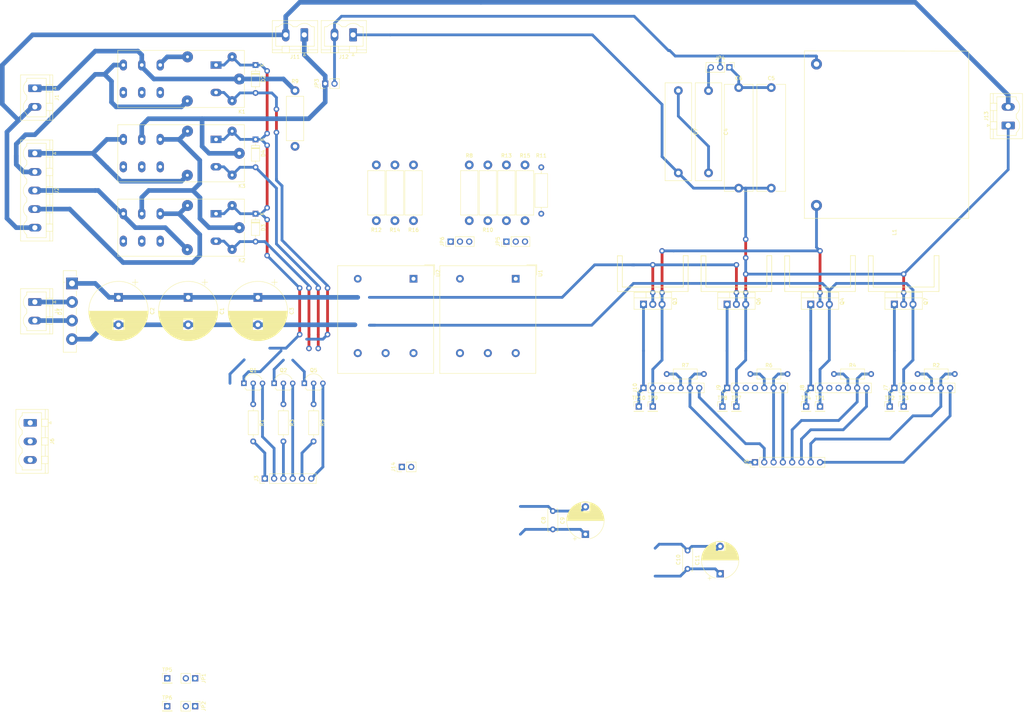
<source format=kicad_pcb>
(kicad_pcb (version 20171130) (host pcbnew "(5.0.0-dirty)")
  (layers (0 F.Cu signal) (31 B.Cu signal) (34 B.Paste user) (35 F.Paste user) (36 B.SilkS user) (37 F.SilkS user) (38 B.Mask user) (39 F.Mask user) (44 Edge.Cuts user))
  (net 0 "")
  (net 1 "Net-(JP6-Pad2)")
  (net 2 "Net-(JP5-Pad2)")
  (net 3 /Vm_out)
  (net 4 -12V)
  (net 5 +12V)
  (net 6 /Vm_in)
  (net 7 "Net-(R16-Pad1)")
  (net 8 NEUT)
  (net 9 "Net-(R10-Pad2)")
  (net 10 /Source2)
  (net 11 "Net-(R10-Pad1)")
  (net 12 "Net-(R12-Pad1)")
  (net 13 "Net-(R12-Pad2)")
  (net 14 "Net-(R13-Pad1)")
  (net 15 "Net-(R14-Pad1)")
  (net 16 "Net-(JP5-Pad1)")
  (net 17 LINE)
  (net 18 "Net-(JP5-Pad3)")
  (net 19 /Vinv+)
  (net 20 /PWM1)
  (net 21 /PWM2)
  (net 22 "Net-(Q5-Pad2)")
  (net 23 /RL3)
  (net 24 /PWM3)
  (net 25 "Net-(Q2-Pad2)")
  (net 26 /RL2)
  (net 27 /PWM4)
  (net 28 "Net-(Q1-Pad2)")
  (net 29 /RL1)
  (net 30 "Net-(D2-Pad2)")
  (net 31 "Net-(K1-Pad22)")
  (net 32 "Net-(K1-Pad11)")
  (net 33 "Net-(K1-Pad12)")
  (net 34 "Net-(K1-Pad14)")
  (net 35 "Net-(D3-Pad2)")
  (net 36 /Vtap2)
  (net 37 /Vtap3)
  (net 38 "Net-(K2-Pad11)")
  (net 39 "Net-(K2-Pad21)")
  (net 40 "Net-(D4-Pad2)")
  (net 41 /Vtap1)
  (net 42 /VtapOut)
  (net 43 GNDREF)
  (net 44 /Gate4)
  (net 45 /LO_in_inv)
  (net 46 /HI_in_inv)
  (net 47 /Gate2)
  (net 48 /Gate3)
  (net 49 /Source1)
  (net 50 /Gate1)
  (net 51 "Net-(C1-Pad2)")
  (net 52 /VauxA)
  (net 53 /VauxB)
  (net 54 "Net-(C1-Pad1)")
  (net 55 "Net-(J8-Pad3)")
  (net 56 "Net-(J9-Pad3)")
  (net 57 "Net-(J7-Pad3)")
  (net 58 "Net-(J10-Pad3)")
  (net 59 "Net-(C5-Pad1)")
  (net 60 "Net-(C4-Pad1)")
  (net 61 "Net-(C4-Pad2)")
  (net 62 /VtapIn)
  (net 63 "Net-(K3-Pad12)")
  (net 64 "Net-(K3-Pad14)")
  (net 65 "Net-(K2-Pad12)")
  (net 66 "Net-(K2-Pad14)")
  (net 67 "Net-(K3-Pad11)")
  (module Connector_PinHeader_2.54mm:PinHeader_1x02_P2.54mm_Vertical (layer F.Cu) (at 111.76 50.165 90)
    (fp_text reference JP3 (at 0 -2.33 90) (layer F.SilkS))
    (fp_text value Jumper_NO_Small)
    (pad 1 thru_hole rect (at 0 0 90) (size 1.7 1.7) (drill 1) (layers *.Cu *.Mask) (net 42 /VtapOut))
    (pad 2 thru_hole oval (at 0 2.54 90) (size 1.7 1.7) (drill 1) (layers *.Cu *.Mask) (net 19 /Vinv+))
  )
  (module Capacitor_THT:C_Rect_L26.5mm_W7.0mm_P22.50mm_MKS4 (layer F.Cu) (at 208.28 52.07 270)
    (fp_text reference C7 (at 11.25 -4.75 270) (layer F.SilkS))
    (fp_text value 390nF)
    (pad 2 thru_hole circle (at 22.5 0 270) (size 2.4 2.4) (drill 1.2) (layers *.Cu *.Mask) (net 10 /Source2))
    (pad 1 thru_hole circle (at 0 0 270) (size 2.4 2.4) (drill 1.2) (layers *.Cu *.Mask) (net 61 "Net-(C4-Pad2)"))
  )
  (module Capacitor_THT:C_Rect_L26.5mm_W7.0mm_P22.50mm_MKS4 (layer F.Cu) (at 216.535 52.07 270)
    (fp_text reference C4 (at 11.25 -4.75 270) (layer F.SilkS))
    (fp_text value 390nF)
    (pad 1 thru_hole circle (at 0 0 270) (size 2.4 2.4) (drill 1.2) (layers *.Cu *.Mask) (net 60 "Net-(C4-Pad1)"))
    (pad 2 thru_hole circle (at 22.5 0 270) (size 2.4 2.4) (drill 1.2) (layers *.Cu *.Mask) (net 61 "Net-(C4-Pad2)"))
  )
  (module Inductors:Inductor_EE4220 (layer F.Cu) (at 264.795 84.455 90)
    (fp_text reference L1 (at -6.35 2.54 90) (layer F.SilkS))
    (fp_text value L_Core_Ferrite)
    (pad 2 thru_hole circle (at 39.64 -18.75 90) (size 3 3) (drill 1.5) (layers *.Cu *.Mask) (net 19 /Vinv+))
    (pad 1 thru_hole circle (at 1 -18.75 90) (size 3 3) (drill 1.5) (layers *.Cu *.Mask) (net 49 /Source1))
  )
  (module "transistors:TO-220-3 Heatsink" (layer F.Cu) (at 267.335 110.49)
    (fp_text reference Q7 (at 8.5824 -0.8128 90) (layer F.SilkS))
    (fp_text value IRF840N)
    (pad 1 thru_hole rect (at 0 0) (size 1.905 2) (drill 1.1) (layers *.Cu *.Mask) (net 44 /Gate4))
    (pad 2 thru_hole oval (at 2.54 0) (size 1.905 2) (drill 1.1) (layers *.Cu *.Mask) (net 10 /Source2))
    (pad 3 thru_hole oval (at 5.08 0) (size 1.905 2) (drill 1.1) (layers *.Cu *.Mask) (net 45 /LO_in_inv))
  )
  (module "transistors:TO-220-3 Heatsink" (layer F.Cu) (at 221.615 110.49)
    (fp_text reference Q6 (at 8.5824 -0.8128 90) (layer F.SilkS))
    (fp_text value IRF840N)
    (pad 3 thru_hole oval (at 5.08 0) (size 1.905 2) (drill 1.1) (layers *.Cu *.Mask) (net 10 /Source2))
    (pad 2 thru_hole oval (at 2.54 0) (size 1.905 2) (drill 1.1) (layers *.Cu *.Mask) (net 46 /HI_in_inv))
    (pad 1 thru_hole rect (at 0 0) (size 1.905 2) (drill 1.1) (layers *.Cu *.Mask) (net 47 /Gate2))
  )
  (module "transistors:TO-220-3 Heatsink" (layer F.Cu) (at 244.475 110.49)
    (fp_text reference Q4 (at 8.5824 -0.8128 90) (layer F.SilkS))
    (fp_text value IRF840N)
    (pad 1 thru_hole rect (at 0 0) (size 1.905 2) (drill 1.1) (layers *.Cu *.Mask) (net 48 /Gate3))
    (pad 2 thru_hole oval (at 2.54 0) (size 1.905 2) (drill 1.1) (layers *.Cu *.Mask) (net 49 /Source1))
    (pad 3 thru_hole oval (at 5.08 0) (size 1.905 2) (drill 1.1) (layers *.Cu *.Mask) (net 45 /LO_in_inv))
  )
  (module "transistors:TO-220-3 Heatsink" (layer F.Cu) (at 198.755 110.49)
    (fp_text reference Q3 (at 8.5824 -0.8128 90) (layer F.SilkS))
    (fp_text value IRF840N)
    (pad 1 thru_hole rect (at 0 0) (size 1.905 2) (drill 1.1) (layers *.Cu *.Mask) (net 50 /Gate1))
    (pad 2 thru_hole oval (at 2.54 0) (size 1.905 2) (drill 1.1) (layers *.Cu *.Mask) (net 46 /HI_in_inv))
    (pad 3 thru_hole oval (at 5.08 0) (size 1.905 2) (drill 1.1) (layers *.Cu *.Mask) (net 49 /Source1))
  )
  (module Connector_PinHeader_2.54mm:PinHeader_1x03_P2.54mm_Vertical (layer F.Cu) (at 161.29 93.345 90)
    (fp_text reference JP5 (at 0 -2.33 90) (layer F.SilkS))
    (fp_text value Jumper_3_Bridged12)
    (pad 3 thru_hole oval (at 0 5.08 90) (size 1.7 1.7) (drill 1) (layers *.Cu *.Mask) (net 18 "Net-(JP5-Pad3)"))
    (pad 2 thru_hole oval (at 0 2.54 90) (size 1.7 1.7) (drill 1) (layers *.Cu *.Mask) (net 2 "Net-(JP5-Pad2)"))
    (pad 1 thru_hole rect (at 0 0 90) (size 1.7 1.7) (drill 1) (layers *.Cu *.Mask) (net 16 "Net-(JP5-Pad1)"))
  )
  (module Resistor_THT:R_Axial_DIN0207_L6.3mm_D2.5mm_P10.16mm_Horizontal (layer F.Cu) (at 92.075 137.795 270)
    (fp_text reference R1 (at 5.08 -2.37 270) (layer F.SilkS))
    (fp_text value 100K)
    (pad 1 thru_hole circle (at 0 0 270) (size 1.6 1.6) (drill 0.8) (layers *.Cu *.Mask) (net 28 "Net-(Q1-Pad2)"))
    (pad 2 thru_hole oval (at 10.16 0 270) (size 1.6 1.6) (drill 0.8) (layers *.Cu *.Mask) (net 29 /RL1))
  )
  (module Resistor_THT:R_Axial_DIN0207_L6.3mm_D2.5mm_P10.16mm_Horizontal (layer F.Cu) (at 100.33 137.795 270)
    (fp_text reference R3 (at 5.08 -2.37 270) (layer F.SilkS))
    (fp_text value 100K)
    (pad 2 thru_hole oval (at 10.16 0 270) (size 1.6 1.6) (drill 0.8) (layers *.Cu *.Mask) (net 26 /RL2))
    (pad 1 thru_hole circle (at 0 0 270) (size 1.6 1.6) (drill 0.8) (layers *.Cu *.Mask) (net 25 "Net-(Q2-Pad2)"))
  )
  (module Resistor_THT:R_Axial_DIN0207_L6.3mm_D2.5mm_P10.16mm_Horizontal (layer F.Cu) (at 108.585 137.795 270)
    (fp_text reference R5 (at 5.08 -2.37 270) (layer F.SilkS))
    (fp_text value 100K)
    (pad 1 thru_hole circle (at 0 0 270) (size 1.6 1.6) (drill 0.8) (layers *.Cu *.Mask) (net 22 "Net-(Q5-Pad2)"))
    (pad 2 thru_hole oval (at 10.16 0 270) (size 1.6 1.6) (drill 0.8) (layers *.Cu *.Mask) (net 23 /RL3))
  )
  (module Connector_PinHeader_2.54mm:PinHeader_1x06_P2.54mm_Vertical (layer F.Cu) (at 95.25 158.115 90)
    (fp_text reference J3 (at 0 -2.33 90) (layer F.SilkS))
    (fp_text value "Comandos Reles")
    (pad 1 thru_hole rect (at 0 0 90) (size 1.7 1.7) (drill 1) (layers *.Cu *.Mask) (net 29 /RL1))
    (pad 2 thru_hole oval (at 0 2.54 90) (size 1.7 1.7) (drill 1) (layers *.Cu *.Mask) (net 43 GNDREF))
    (pad 3 thru_hole oval (at 0 5.08 90) (size 1.7 1.7) (drill 1) (layers *.Cu *.Mask) (net 26 /RL2))
    (pad 4 thru_hole oval (at 0 7.62 90) (size 1.7 1.7) (drill 1) (layers *.Cu *.Mask) (net 43 GNDREF))
    (pad 5 thru_hole oval (at 0 10.16 90) (size 1.7 1.7) (drill 1) (layers *.Cu *.Mask) (net 23 /RL3))
    (pad 6 thru_hole oval (at 0 12.7 90) (size 1.7 1.7) (drill 1) (layers *.Cu *.Mask) (net 43 GNDREF))
  )
  (module Connector_PinHeader_2.54mm:PinHeader_1x08_P2.54mm_Vertical (layer F.Cu) (at 229.235 153.67 90)
    (fp_text reference J5 (at 0 -2.33 90) (layer F.SilkS))
    (fp_text value "Comandos PWMs")
    (pad 1 thru_hole rect (at 0 0 90) (size 1.7 1.7) (drill 1) (layers *.Cu *.Mask) (net 20 /PWM1))
    (pad 2 thru_hole oval (at 0 2.54 90) (size 1.7 1.7) (drill 1) (layers *.Cu *.Mask) (net 43 GNDREF))
    (pad 3 thru_hole oval (at 0 5.08 90) (size 1.7 1.7) (drill 1) (layers *.Cu *.Mask) (net 21 /PWM2))
    (pad 4 thru_hole oval (at 0 7.62 90) (size 1.7 1.7) (drill 1) (layers *.Cu *.Mask) (net 43 GNDREF))
    (pad 5 thru_hole oval (at 0 10.16 90) (size 1.7 1.7) (drill 1) (layers *.Cu *.Mask) (net 24 /PWM3))
    (pad 6 thru_hole oval (at 0 12.7 90) (size 1.7 1.7) (drill 1) (layers *.Cu *.Mask) (net 43 GNDREF))
    (pad 7 thru_hole oval (at 0 15.24 90) (size 1.7 1.7) (drill 1) (layers *.Cu *.Mask) (net 27 /PWM4))
    (pad 8 thru_hole oval (at 0 17.78 90) (size 1.7 1.7) (drill 1) (layers *.Cu *.Mask) (net 43 GNDREF))
  )
  (module Package_TO_SOT_THT:TO-92_Inline_Wide (layer F.Cu) (at 106.045 132.08)
    (fp_text reference Q5 (at 2.54 -3.56) (layer F.SilkS))
    (fp_text value BC517)
    (pad 1 thru_hole rect (at 0 0 90) (size 1.5 1.5) (drill 0.8) (layers *.Cu *.Mask) (net 40 "Net-(D4-Pad2)"))
    (pad 3 thru_hole circle (at 5.08 0 90) (size 1.5 1.5) (drill 0.8) (layers *.Cu *.Mask) (net 43 GNDREF))
    (pad 2 thru_hole circle (at 2.54 0 90) (size 1.5 1.5) (drill 0.8) (layers *.Cu *.Mask) (net 22 "Net-(Q5-Pad2)"))
  )
  (module Package_TO_SOT_THT:TO-92_Inline_Wide (layer F.Cu) (at 89.535 132.08)
    (fp_text reference Q1 (at 2.54 -3.56) (layer F.SilkS))
    (fp_text value BC517)
    (pad 2 thru_hole circle (at 2.54 0 90) (size 1.5 1.5) (drill 0.8) (layers *.Cu *.Mask) (net 28 "Net-(Q1-Pad2)"))
    (pad 3 thru_hole circle (at 5.08 0 90) (size 1.5 1.5) (drill 0.8) (layers *.Cu *.Mask) (net 43 GNDREF))
    (pad 1 thru_hole rect (at 0 0 90) (size 1.5 1.5) (drill 0.8) (layers *.Cu *.Mask) (net 30 "Net-(D2-Pad2)"))
  )
  (module Package_TO_SOT_THT:TO-92_Inline_Wide (layer F.Cu) (at 97.79 132.08)
    (fp_text reference Q2 (at 2.54 -3.56) (layer F.SilkS))
    (fp_text value BC517)
    (pad 2 thru_hole circle (at 2.54 0 90) (size 1.5 1.5) (drill 0.8) (layers *.Cu *.Mask) (net 25 "Net-(Q2-Pad2)"))
    (pad 3 thru_hole circle (at 5.08 0 90) (size 1.5 1.5) (drill 0.8) (layers *.Cu *.Mask) (net 43 GNDREF))
    (pad 1 thru_hole rect (at 0 0 90) (size 1.5 1.5) (drill 0.8) (layers *.Cu *.Mask) (net 35 "Net-(D3-Pad2)"))
  )
  (module Capacitor_THT:CP_Radial_D16.0mm_P7.50mm (layer F.Cu) (at 55.245 108.585 270)
    (fp_text reference C2 (at 3.75 -9.25 270) (layer F.SilkS))
    (fp_text value 1000uF)
    (pad 1 thru_hole rect (at 0 0 270) (size 2.4 2.4) (drill 1.2) (layers *.Cu *.Mask) (net 54 "Net-(C1-Pad1)"))
    (pad 2 thru_hole circle (at 7.5 0 270) (size 2.4 2.4) (drill 1.2) (layers *.Cu *.Mask) (net 51 "Net-(C1-Pad2)"))
  )
  (module Capacitor_THT:CP_Radial_D16.0mm_P7.50mm (layer F.Cu) (at 74.295 108.585 270)
    (fp_text reference C1 (at 3.75 -9.25 270) (layer F.SilkS))
    (fp_text value 1000uF)
    (pad 2 thru_hole circle (at 7.5 0 270) (size 2.4 2.4) (drill 1.2) (layers *.Cu *.Mask) (net 51 "Net-(C1-Pad2)"))
    (pad 1 thru_hole rect (at 0 0 270) (size 2.4 2.4) (drill 1.2) (layers *.Cu *.Mask) (net 54 "Net-(C1-Pad1)"))
  )
  (module Capacitor_THT:CP_Radial_D16.0mm_P7.50mm (layer F.Cu) (at 93.345 108.585 270)
    (fp_text reference C3 (at 3.75 -9.25 270) (layer F.SilkS))
    (fp_text value 1000uF)
    (pad 1 thru_hole rect (at 0 0 270) (size 2.4 2.4) (drill 1.2) (layers *.Cu *.Mask) (net 54 "Net-(C1-Pad1)"))
    (pad 2 thru_hole circle (at 7.5 0 270) (size 2.4 2.4) (drill 1.2) (layers *.Cu *.Mask) (net 51 "Net-(C1-Pad2)"))
  )
  (module Relay:Relay_DPDT_model_B (layer F.Cu) (at 89.535 81.915 180)
    (fp_text reference K2 (at 0.5588 -16.5608 180) (layer F.SilkS))
    (fp_text value RT42xxxx)
    (pad A1 thru_hole circle (at 3.22 -13.57 270) (size 2.5 2.5) (drill 0.8) (layers *.Cu *.Mask) (net 35 "Net-(D3-Pad2)"))
    (pad 24 thru_hole circle (at 15.47 -13.62 270) (size 3 3) (drill 0.8) (layers *.Cu *.Mask) (net 36 /Vtap2))
    (pad A2 thru_hole circle (at 3.22 -1.57 270) (size 2.5 2.5) (drill 0.8) (layers *.Cu *.Mask) (net 5 +12V))
    (pad 22 thru_hole circle (at 15.42 -1.57 270) (size 3 3) (drill 0.8) (layers *.Cu *.Mask) (net 37 /Vtap3))
    (pad 21 thru_hole circle (at 1.27 -7.62 270) (size 3 3) (drill 1) (layers *.Cu *.Mask) (net 39 "Net-(K2-Pad21)"))
    (pad 24 thru_hole oval (at 32.96 -3.81) (size 2 3) (drill 1) (layers *.Cu *.Mask) (net 36 /Vtap2))
    (pad 11 thru_hole oval (at 27.92 -11.31) (size 2 3) (drill 1) (layers *.Cu *.Mask) (net 38 "Net-(K2-Pad11)"))
    (pad 22 thru_hole oval (at 22.88 -3.81) (size 2 3) (drill 1) (layers *.Cu *.Mask) (net 37 /Vtap3))
    (pad 12 thru_hole oval (at 22.88 -11.31) (size 2 3) (drill 1) (layers *.Cu *.Mask) (net 65 "Net-(K2-Pad12)"))
    (pad 14 thru_hole oval (at 32.96 -11.31) (size 2 3) (drill 1) (layers *.Cu *.Mask) (net 66 "Net-(K2-Pad14)"))
    (pad 21 thru_hole oval (at 27.92 -3.81) (size 2 3) (drill 1) (layers *.Cu *.Mask) (net 39 "Net-(K2-Pad21)"))
    (pad A1 thru_hole oval (at 7.62 -11.31) (size 3 2) (drill 1) (layers *.Cu *.Mask) (net 35 "Net-(D3-Pad2)"))
    (pad A2 thru_hole rect (at 7.62 -3.81) (size 3 2) (drill 1) (layers *.Cu *.Mask) (net 5 +12V))
  )
  (module Relay:Relay_DPDT_model_B (layer F.Cu) (at 89.535 61.595 180)
    (fp_text reference K3 (at 0.5588 -16.5608 180) (layer F.SilkS))
    (fp_text value RT42xxxx)
    (pad A1 thru_hole circle (at 3.22 -13.57 270) (size 2.5 2.5) (drill 0.8) (layers *.Cu *.Mask) (net 40 "Net-(D4-Pad2)"))
    (pad 24 thru_hole circle (at 15.47 -13.62 270) (size 3 3) (drill 0.8) (layers *.Cu *.Mask) (net 41 /Vtap1))
    (pad A2 thru_hole circle (at 3.22 -1.57 270) (size 2.5 2.5) (drill 0.8) (layers *.Cu *.Mask) (net 5 +12V))
    (pad 22 thru_hole circle (at 15.42 -1.57 270) (size 3 3) (drill 0.8) (layers *.Cu *.Mask) (net 39 "Net-(K2-Pad21)"))
    (pad 21 thru_hole circle (at 1.27 -7.62 270) (size 3 3) (drill 1) (layers *.Cu *.Mask) (net 42 /VtapOut))
    (pad 24 thru_hole oval (at 32.96 -3.81) (size 2 3) (drill 1) (layers *.Cu *.Mask) (net 41 /Vtap1))
    (pad 11 thru_hole oval (at 27.92 -11.31) (size 2 3) (drill 1) (layers *.Cu *.Mask) (net 67 "Net-(K3-Pad11)"))
    (pad 22 thru_hole oval (at 22.88 -3.81) (size 2 3) (drill 1) (layers *.Cu *.Mask) (net 39 "Net-(K2-Pad21)"))
    (pad 12 thru_hole oval (at 22.88 -11.31) (size 2 3) (drill 1) (layers *.Cu *.Mask) (net 63 "Net-(K3-Pad12)"))
    (pad 14 thru_hole oval (at 32.96 -11.31) (size 2 3) (drill 1) (layers *.Cu *.Mask) (net 64 "Net-(K3-Pad14)"))
    (pad 21 thru_hole oval (at 27.92 -3.81) (size 2 3) (drill 1) (layers *.Cu *.Mask) (net 42 /VtapOut))
    (pad A1 thru_hole oval (at 7.62 -11.31) (size 3 2) (drill 1) (layers *.Cu *.Mask) (net 40 "Net-(D4-Pad2)"))
    (pad A2 thru_hole rect (at 7.62 -3.81) (size 3 2) (drill 1) (layers *.Cu *.Mask) (net 5 +12V))
  )
  (module Capacitor_THT:CP_Radial_D10.0mm_P7.50mm (layer F.Cu) (at 219.71 184.15 90)
    (fp_text reference C11 (at 3.75 -6.25 90) (layer F.SilkS))
    (fp_text value 100uF)
    (pad 2 thru_hole circle (at 7.5 0 90) (size 2 2) (drill 1) (layers *.Cu *.Mask) (net 4 -12V))
    (pad 1 thru_hole rect (at 0 0 90) (size 2 2) (drill 1) (layers *.Cu *.Mask) (net 5 +12V))
  )
  (module Capacitor_THT:CP_Radial_D10.0mm_P7.50mm (layer F.Cu) (at 182.88 173.355 90)
    (fp_text reference C9 (at 3.75 -6.25 90) (layer F.SilkS))
    (fp_text value 100uF)
    (pad 1 thru_hole rect (at 0 0 90) (size 2 2) (drill 1) (layers *.Cu *.Mask) (net 5 +12V))
    (pad 2 thru_hole circle (at 7.5 0 90) (size 2 2) (drill 1) (layers *.Cu *.Mask) (net 4 -12V))
  )
  (module Capacitor_THT:C_Disc_D6.0mm_W2.5mm_P5.00mm (layer F.Cu) (at 210.82 177.8 270)
    (fp_text reference C10 (at 2.5 2.54 270) (layer F.SilkS))
    (fp_text value 100nF)
    (pad 2 thru_hole circle (at 5 0 270) (size 1.6 1.6) (drill 0.8) (layers *.Cu *.Mask) (net 5 +12V))
    (pad 1 thru_hole circle (at 0 0 270) (size 1.6 1.6) (drill 0.8) (layers *.Cu *.Mask) (net 4 -12V))
  )
  (module Capacitor_THT:C_Disc_D6.0mm_W2.5mm_P5.00mm (layer F.Cu) (at 173.99 167.005 270)
    (fp_text reference C8 (at 2.5 2.54 270) (layer F.SilkS))
    (fp_text value 100nF)
    (pad 1 thru_hole circle (at 0 0 270) (size 1.6 1.6) (drill 0.8) (layers *.Cu *.Mask) (net 4 -12V))
    (pad 2 thru_hole circle (at 5 0 270) (size 1.6 1.6) (drill 0.8) (layers *.Cu *.Mask) (net 5 +12V))
  )
  (module Capacitor_THT:C_Rect_L29.0mm_W7.6mm_P27.50mm_MKT (layer F.Cu) (at 233.68 51.24 270)
    (fp_text reference C5 (at -2.54 0 180) (layer F.SilkS))
    (fp_text value 690nF)
    (pad 2 thru_hole circle (at 27.5 0 270) (size 2.4 2.4) (drill 1.2) (layers *.Cu *.Mask) (net 10 /Source2))
    (pad 1 thru_hole circle (at 0 0 270) (size 2.4 2.4) (drill 1.2) (layers *.Cu *.Mask) (net 59 "Net-(C5-Pad1)"))
  )
  (module Capacitor_THT:C_Rect_L29.0mm_W7.6mm_P27.50mm_MKT (layer F.Cu) (at 224.79 51.24 270)
    (fp_text reference C6 (at -2.54 0) (layer F.SilkS))
    (fp_text value 690nF)
    (pad 1 thru_hole circle (at 0 0 270) (size 2.4 2.4) (drill 1.2) (layers *.Cu *.Mask) (net 59 "Net-(C5-Pad1)"))
    (pad 2 thru_hole circle (at 27.5 0 270) (size 2.4 2.4) (drill 1.2) (layers *.Cu *.Mask) (net 10 /Source2))
  )
  (module Connector_Phoenix_MSTB:PhoenixContact_MSTBVA_2,5_2-G-5,08_1x02_P5.08mm_Vertical (layer F.Cu) (at 106.045 36.83 180)
    (fp_text reference J11 (at 2.54 -6 180) (layer F.SilkS))
    (fp_text value "Tensão do Estágio de Reles")
    (pad 1 thru_hole roundrect (at 0 0 180) (size 2.08 3.6) (drill 1.4) (layers *.Cu *.Mask) (roundrect_rratio 0.120192) (net 42 /VtapOut))
    (pad 2 thru_hole oval (at 5.08 0 180) (size 2.08 3.6) (drill 1.4) (layers *.Cu *.Mask) (net 8 NEUT))
  )
  (module Connector_Phoenix_MSTB:PhoenixContact_MSTBVA_2,5_2-G-5,08_1x02_P5.08mm_Vertical (layer F.Cu) (at 119.38 36.83 180)
    (fp_text reference J12 (at 2.54 -6 180) (layer F.SilkS))
    (fp_text value "Tensão do Estágio do Inversor")
    (pad 2 thru_hole oval (at 5.08 0 180) (size 2.08 3.6) (drill 1.4) (layers *.Cu *.Mask) (net 19 /Vinv+))
    (pad 1 thru_hole roundrect (at 0 0 180) (size 2.08 3.6) (drill 1.4) (layers *.Cu *.Mask) (roundrect_rratio 0.120192) (net 10 /Source2))
  )
  (module Connector_Phoenix_MSTB:PhoenixContact_MSTBVA_2,5_2-G-5,08_1x02_P5.08mm_Vertical (layer F.Cu) (at 298.45 61.595 90)
    (fp_text reference J13 (at 2.54 -6 90) (layer F.SilkS))
    (fp_text value "Tensão de Saída Total")
    (pad 1 thru_hole roundrect (at 0 0 90) (size 2.08 3.6) (drill 1.4) (layers *.Cu *.Mask) (roundrect_rratio 0.120192) (net 10 /Source2))
    (pad 2 thru_hole oval (at 5.08 0 90) (size 2.08 3.6) (drill 1.4) (layers *.Cu *.Mask) (net 8 NEUT))
  )
  (module Connector_Phoenix_MSTB:PhoenixContact_MSTBVA_2,5_2-G-5,08_1x02_P5.08mm_Vertical (layer F.Cu) (at 32.385 51.435 270)
    (fp_text reference J1 (at 2.54 -6 270) (layer F.SilkS))
    (fp_text value "Tensão de Entrada")
    (pad 2 thru_hole oval (at 5.08 0 270) (size 2.08 3.6) (drill 1.4) (layers *.Cu *.Mask) (net 8 NEUT))
    (pad 1 thru_hole roundrect (at 0 0 270) (size 2.08 3.6) (drill 1.4) (layers *.Cu *.Mask) (roundrect_rratio 0.120192) (net 17 LINE))
  )
  (module Connector_Phoenix_MSTB:PhoenixContact_MSTBVA_2,5_2-G-5,08_1x02_P5.08mm_Vertical (layer F.Cu) (at 32.385 109.855 270)
    (fp_text reference J4 (at 2.54 -6 270) (layer F.SilkS))
    (fp_text value "Tap auxiliar")
    (pad 1 thru_hole roundrect (at 0 0 270) (size 2.08 3.6) (drill 1.4) (layers *.Cu *.Mask) (roundrect_rratio 0.120192) (net 52 /VauxA))
    (pad 2 thru_hole oval (at 5.08 0 270) (size 2.08 3.6) (drill 1.4) (layers *.Cu *.Mask) (net 53 /VauxB))
  )
  (module Connector_Phoenix_MSTB:PhoenixContact_MSTBVA_2,5_3-G-5,08_1x03_P5.08mm_Vertical (layer F.Cu) (at 31.115 142.875 270)
    (fp_text reference J6 (at 5.08 -6 270) (layer F.SilkS))
    (fp_text value "Fonte Aux")
    (pad 1 thru_hole roundrect (at 0 0 270) (size 2.08 3.6) (drill 1.4) (layers *.Cu *.Mask) (roundrect_rratio 0.120192) (net 5 +12V))
    (pad 2 thru_hole oval (at 5.08 0 270) (size 2.08 3.6) (drill 1.4) (layers *.Cu *.Mask) (net 43 GNDREF))
    (pad 3 thru_hole oval (at 10.16 0 270) (size 2.08 3.6) (drill 1.4) (layers *.Cu *.Mask) (net 4 -12V))
  )
  (module Connector_Phoenix_MSTB:PhoenixContact_MSTBVA_2,5_5-G-5,08_1x05_P5.08mm_Vertical (layer F.Cu) (at 32.385 69.215 270)
    (fp_text reference J2 (at 10.16 -6 270) (layer F.SilkS))
    (fp_text value Autotransformador)
    (pad 1 thru_hole roundrect (at 0 0 270) (size 2.08 3.6) (drill 1.4) (layers *.Cu *.Mask) (roundrect_rratio 0.120192) (net 41 /Vtap1))
    (pad 2 thru_hole oval (at 5.08 0 270) (size 2.08 3.6) (drill 1.4) (layers *.Cu *.Mask) (net 62 /VtapIn))
    (pad 3 thru_hole oval (at 10.16 0 270) (size 2.08 3.6) (drill 1.4) (layers *.Cu *.Mask) (net 36 /Vtap2))
    (pad 4 thru_hole oval (at 15.24 0 270) (size 2.08 3.6) (drill 1.4) (layers *.Cu *.Mask) (net 37 /Vtap3))
    (pad 5 thru_hole oval (at 20.32 0 270) (size 2.08 3.6) (drill 1.4) (layers *.Cu *.Mask) (net 8 NEUT))
  )
  (module Connector_PinHeader_2.54mm:PinHeader_1x01_P2.54mm_Vertical (layer F.Cu) (at 243.205 138.43)
    (fp_text reference TP4 (at 0 -2.33) (layer F.SilkS))
    (fp_text value TestPoint)
    (pad 1 thru_hole rect (at 0 0) (size 1.7 1.7) (drill 1) (layers *.Cu *.Mask) (net 48 /Gate3))
  )
  (module Connector_PinHeader_2.54mm:PinHeader_1x01_P2.54mm_Vertical (layer F.Cu) (at 197.485 138.43)
    (fp_text reference TP10 (at 0 -2.33) (layer F.SilkS))
    (fp_text value TestPoint)
    (pad 1 thru_hole rect (at 0 0) (size 1.7 1.7) (drill 1) (layers *.Cu *.Mask) (net 50 /Gate1))
  )
  (module Connector_PinHeader_2.54mm:PinHeader_1x01_P2.54mm_Vertical (layer F.Cu) (at 247.015 138.43)
    (fp_text reference TP1 (at 0 -2.33) (layer F.SilkS))
    (fp_text value TestPoint)
    (pad 1 thru_hole rect (at 0 0) (size 1.7 1.7) (drill 1) (layers *.Cu *.Mask) (net 45 /LO_in_inv))
  )
  (module Connector_PinHeader_2.54mm:PinHeader_1x01_P2.54mm_Vertical (layer F.Cu) (at 266.065 138.43)
    (fp_text reference TP2 (at 0 -2.33) (layer F.SilkS))
    (fp_text value TestPoint)
    (pad 1 thru_hole rect (at 0 0) (size 1.7 1.7) (drill 1) (layers *.Cu *.Mask) (net 44 /Gate4))
  )
  (module Connector_PinHeader_2.54mm:PinHeader_1x01_P2.54mm_Vertical (layer F.Cu) (at 269.875 138.43)
    (fp_text reference TP3 (at 0 -2.33) (layer F.SilkS))
    (fp_text value TestPoint)
    (pad 1 thru_hole rect (at 0 0) (size 1.7 1.7) (drill 1) (layers *.Cu *.Mask) (net 45 /LO_in_inv))
  )
  (module Connector_PinHeader_2.54mm:PinHeader_1x01_P2.54mm_Vertical (layer F.Cu) (at 68.58 212.725)
    (fp_text reference TP5 (at 0 -2.33) (layer F.SilkS))
    (fp_text value TestPoint)
    (pad 1 thru_hole rect (at 0 0) (size 1.7 1.7) (drill 1) (layers *.Cu *.Mask) (net 54 "Net-(C1-Pad1)"))
  )
  (module Connector_PinHeader_2.54mm:PinHeader_1x01_P2.54mm_Vertical (layer F.Cu) (at 68.58 220.345)
    (fp_text reference TP6 (at 0 -2.33) (layer F.SilkS))
    (fp_text value TestPoint)
    (pad 1 thru_hole rect (at 0 0) (size 1.7 1.7) (drill 1) (layers *.Cu *.Mask) (net 51 "Net-(C1-Pad2)"))
  )
  (module Connector_PinHeader_2.54mm:PinHeader_1x01_P2.54mm_Vertical (layer F.Cu) (at 224.155 138.43)
    (fp_text reference TP7 (at 0 -2.33) (layer F.SilkS))
    (fp_text value TestPoint)
    (pad 1 thru_hole rect (at 0 0) (size 1.7 1.7) (drill 1) (layers *.Cu *.Mask) (net 10 /Source2))
  )
  (module Connector_PinHeader_2.54mm:PinHeader_1x01_P2.54mm_Vertical (layer F.Cu) (at 220.345 138.43)
    (fp_text reference TP8 (at 0 -2.33) (layer F.SilkS))
    (fp_text value TestPoint)
    (pad 1 thru_hole rect (at 0 0) (size 1.7 1.7) (drill 1) (layers *.Cu *.Mask) (net 47 /Gate2))
  )
  (module Connector_PinHeader_2.54mm:PinHeader_1x01_P2.54mm_Vertical (layer F.Cu) (at 201.295 138.43)
    (fp_text reference TP9 (at 0 -2.33) (layer F.SilkS))
    (fp_text value TestPoint)
    (pad 1 thru_hole rect (at 0 0) (size 1.7 1.7) (drill 1) (layers *.Cu *.Mask) (net 49 /Source1))
  )
  (module Connector_PinHeader_2.54mm:PinHeader_1x02_P2.54mm_Vertical (layer F.Cu) (at 132.715 154.94 90)
    (fp_text reference J14 (at 0 -2.33 90) (layer F.SilkS))
    (fp_text value "Tensão de Medição")
    (pad 2 thru_hole oval (at 0 2.54 90) (size 1.7 1.7) (drill 1) (layers *.Cu *.Mask) (net 3 /Vm_out))
    (pad 1 thru_hole rect (at 0 0 90) (size 1.7 1.7) (drill 1) (layers *.Cu *.Mask) (net 6 /Vm_in))
  )
  (module Connector_PinHeader_2.54mm:PinHeader_1x02_P2.54mm_Vertical (layer F.Cu) (at 76.2 212.725 270)
    (fp_text reference JP1 (at 0 -2.33 270) (layer F.SilkS))
    (fp_text value Jumper_NO_Small)
    (pad 1 thru_hole rect (at 0 0 270) (size 1.7 1.7) (drill 1) (layers *.Cu *.Mask) (net 46 /HI_in_inv))
    (pad 2 thru_hole oval (at 0 2.54 270) (size 1.7 1.7) (drill 1) (layers *.Cu *.Mask) (net 54 "Net-(C1-Pad1)"))
  )
  (module Connector_PinHeader_2.54mm:PinHeader_1x02_P2.54mm_Vertical (layer F.Cu) (at 76.2 220.345 270)
    (fp_text reference JP2 (at 0 -2.33 270) (layer F.SilkS))
    (fp_text value Jumper_NO_Small)
    (pad 2 thru_hole oval (at 0 2.54 270) (size 1.7 1.7) (drill 1) (layers *.Cu *.Mask) (net 51 "Net-(C1-Pad2)"))
    (pad 1 thru_hole rect (at 0 0 270) (size 1.7 1.7) (drill 1) (layers *.Cu *.Mask) (net 45 /LO_in_inv))
  )
  (module Connector_PinHeader_2.54mm:PinHeader_1x03_P2.54mm_Vertical (layer F.Cu) (at 222.25 45.72 270)
    (fp_text reference JP4 (at -2.54 2.54) (layer F.SilkS))
    (fp_text value Jumper_3_Bridged12)
    (pad 1 thru_hole rect (at 0 0 270) (size 1.7 1.7) (drill 1) (layers *.Cu *.Mask) (net 59 "Net-(C5-Pad1)"))
    (pad 2 thru_hole oval (at 0 2.54 270) (size 1.7 1.7) (drill 1) (layers *.Cu *.Mask) (net 19 /Vinv+))
    (pad 3 thru_hole oval (at 0 5.08 270) (size 1.7 1.7) (drill 1) (layers *.Cu *.Mask) (net 60 "Net-(C4-Pad1)"))
  )
  (module Connector_PinHeader_2.54mm:PinHeader_1x03_P2.54mm_Vertical (layer F.Cu) (at 146.05 93.345 90)
    (fp_text reference JP6 (at 0 -2.33 90) (layer F.SilkS))
    (fp_text value Jumper_3_Bridged12)
    (pad 1 thru_hole rect (at 0 0 90) (size 1.7 1.7) (drill 1) (layers *.Cu *.Mask) (net 8 NEUT))
    (pad 2 thru_hole oval (at 0 2.54 90) (size 1.7 1.7) (drill 1) (layers *.Cu *.Mask) (net 1 "Net-(JP6-Pad2)"))
    (pad 3 thru_hole oval (at 0 5.08 90) (size 1.7 1.7) (drill 1) (layers *.Cu *.Mask) (net 10 /Source2))
  )
  (module Connector_PinHeader_2.54mm:PinHeader_1x07_P2.54mm_Vertical (layer F.Cu) (at 198.755 133.35 90)
    (fp_text reference J10 (at 0 -2.33 90) (layer F.SilkS))
    (fp_text value Driver)
    (pad 7 thru_hole oval (at 0 15.24 90) (size 1.7 1.7) (drill 1) (layers *.Cu *.Mask) (net 43 GNDREF))
    (pad 6 thru_hole oval (at 0 12.7 90) (size 1.7 1.7) (drill 1) (layers *.Cu *.Mask) (net 20 /PWM1))
    (pad 5 thru_hole oval (at 0 10.16 90) (size 1.7 1.7) (drill 1) (layers *.Cu *.Mask) (net 5 +12V))
    (pad 4 thru_hole oval (at 0 7.62 90) (size 1.7 1.7) (drill 1) (layers *.Cu *.Mask) (net 43 GNDREF))
    (pad 3 thru_hole oval (at 0 5.08 90) (size 1.7 1.7) (drill 1) (layers *.Cu *.Mask) (net 58 "Net-(J10-Pad3)"))
    (pad 2 thru_hole oval (at 0 2.54 90) (size 1.7 1.7) (drill 1) (layers *.Cu *.Mask) (net 49 /Source1))
    (pad 1 thru_hole rect (at 0 0 90) (size 1.7 1.7) (drill 1) (layers *.Cu *.Mask) (net 50 /Gate1))
  )
  (module Connector_PinHeader_2.54mm:PinHeader_1x07_P2.54mm_Vertical (layer F.Cu) (at 267.335 133.35 90)
    (fp_text reference J7 (at 0 -2.33 90) (layer F.SilkS))
    (fp_text value Driver)
    (pad 1 thru_hole rect (at 0 0 90) (size 1.7 1.7) (drill 1) (layers *.Cu *.Mask) (net 44 /Gate4))
    (pad 2 thru_hole oval (at 0 2.54 90) (size 1.7 1.7) (drill 1) (layers *.Cu *.Mask) (net 45 /LO_in_inv))
    (pad 3 thru_hole oval (at 0 5.08 90) (size 1.7 1.7) (drill 1) (layers *.Cu *.Mask) (net 57 "Net-(J7-Pad3)"))
    (pad 4 thru_hole oval (at 0 7.62 90) (size 1.7 1.7) (drill 1) (layers *.Cu *.Mask) (net 43 GNDREF))
    (pad 5 thru_hole oval (at 0 10.16 90) (size 1.7 1.7) (drill 1) (layers *.Cu *.Mask) (net 5 +12V))
    (pad 6 thru_hole oval (at 0 12.7 90) (size 1.7 1.7) (drill 1) (layers *.Cu *.Mask) (net 27 /PWM4))
    (pad 7 thru_hole oval (at 0 15.24 90) (size 1.7 1.7) (drill 1) (layers *.Cu *.Mask) (net 43 GNDREF))
  )
  (module Connector_PinHeader_2.54mm:PinHeader_1x07_P2.54mm_Vertical (layer F.Cu) (at 221.615 133.35 90)
    (fp_text reference J9 (at 0 -2.33 90) (layer F.SilkS))
    (fp_text value Driver)
    (pad 7 thru_hole oval (at 0 15.24 90) (size 1.7 1.7) (drill 1) (layers *.Cu *.Mask) (net 43 GNDREF))
    (pad 6 thru_hole oval (at 0 12.7 90) (size 1.7 1.7) (drill 1) (layers *.Cu *.Mask) (net 21 /PWM2))
    (pad 5 thru_hole oval (at 0 10.16 90) (size 1.7 1.7) (drill 1) (layers *.Cu *.Mask) (net 5 +12V))
    (pad 4 thru_hole oval (at 0 7.62 90) (size 1.7 1.7) (drill 1) (layers *.Cu *.Mask) (net 43 GNDREF))
    (pad 3 thru_hole oval (at 0 5.08 90) (size 1.7 1.7) (drill 1) (layers *.Cu *.Mask) (net 56 "Net-(J9-Pad3)"))
    (pad 2 thru_hole oval (at 0 2.54 90) (size 1.7 1.7) (drill 1) (layers *.Cu *.Mask) (net 10 /Source2))
    (pad 1 thru_hole rect (at 0 0 90) (size 1.7 1.7) (drill 1) (layers *.Cu *.Mask) (net 47 /Gate2))
  )
  (module Connector_PinHeader_2.54mm:PinHeader_1x07_P2.54mm_Vertical (layer F.Cu) (at 244.475 133.35 90)
    (fp_text reference J8 (at 0 -2.33 90) (layer F.SilkS))
    (fp_text value Driver)
    (pad 1 thru_hole rect (at 0 0 90) (size 1.7 1.7) (drill 1) (layers *.Cu *.Mask) (net 48 /Gate3))
    (pad 2 thru_hole oval (at 0 2.54 90) (size 1.7 1.7) (drill 1) (layers *.Cu *.Mask) (net 45 /LO_in_inv))
    (pad 3 thru_hole oval (at 0 5.08 90) (size 1.7 1.7) (drill 1) (layers *.Cu *.Mask) (net 55 "Net-(J8-Pad3)"))
    (pad 4 thru_hole oval (at 0 7.62 90) (size 1.7 1.7) (drill 1) (layers *.Cu *.Mask) (net 43 GNDREF))
    (pad 5 thru_hole oval (at 0 10.16 90) (size 1.7 1.7) (drill 1) (layers *.Cu *.Mask) (net 5 +12V))
    (pad 6 thru_hole oval (at 0 12.7 90) (size 1.7 1.7) (drill 1) (layers *.Cu *.Mask) (net 24 /PWM3))
    (pad 7 thru_hole oval (at 0 15.24 90) (size 1.7 1.7) (drill 1) (layers *.Cu *.Mask) (net 43 GNDREF))
  )
  (module Diode_THT:D_DO-35_SOD27_P7.62mm_Horizontal (layer F.Cu) (at 92.71 45.085 270)
    (fp_text reference D2 (at 3.81 -2.12 270) (layer F.SilkS))
    (fp_text value 1N4148)
    (fp_text user K (at 0 -1.8 270) (layer F.SilkS))
    (pad 1 thru_hole rect (at 0 0 270) (size 1.6 1.6) (drill 0.8) (layers *.Cu *.Mask) (net 5 +12V))
    (pad 2 thru_hole oval (at 7.62 0 270) (size 1.6 1.6) (drill 0.8) (layers *.Cu *.Mask) (net 30 "Net-(D2-Pad2)"))
  )
  (module Diode_THT:D_DO-35_SOD27_P7.62mm_Horizontal (layer F.Cu) (at 92.71 85.725 270)
    (fp_text reference D3 (at 3.81 -2.12 270) (layer F.SilkS))
    (fp_text value 1N4148)
    (fp_text user K (at 0 -1.8 270) (layer F.SilkS))
    (pad 2 thru_hole oval (at 7.62 0 270) (size 1.6 1.6) (drill 0.8) (layers *.Cu *.Mask) (net 35 "Net-(D3-Pad2)"))
    (pad 1 thru_hole rect (at 0 0 270) (size 1.6 1.6) (drill 0.8) (layers *.Cu *.Mask) (net 5 +12V))
  )
  (module Diode_THT:D_DO-35_SOD27_P7.62mm_Horizontal (layer F.Cu) (at 92.71 65.405 270)
    (fp_text reference D4 (at 3.81 -2.12 270) (layer F.SilkS))
    (fp_text value 1N4148)
    (fp_text user K (at 0 -1.8 270) (layer F.SilkS))
    (pad 1 thru_hole rect (at 0 0 270) (size 1.6 1.6) (drill 0.8) (layers *.Cu *.Mask) (net 5 +12V))
    (pad 2 thru_hole oval (at 7.62 0 270) (size 1.6 1.6) (drill 0.8) (layers *.Cu *.Mask) (net 40 "Net-(D4-Pad2)"))
  )
  (module Diode_THT:Diode_Bridge_Vishay_GBU (layer F.Cu) (at 42.545 104.775 270)
    (fp_text reference D1 (at 7.7 3.3 90) (layer F.SilkS))
    (fp_text value GBU8J)
    (pad 4 thru_hole circle (at 15.24 0 270) (size 3.2 3.2) (drill 1.6) (layers *.Cu *.Mask) (net 51 "Net-(C1-Pad2)"))
    (pad 3 thru_hole circle (at 10.16 0 270) (size 3.2 3.2) (drill 1.6) (layers *.Cu *.Mask) (net 53 /VauxB))
    (pad 2 thru_hole circle (at 5.08 0 270) (size 3.2 3.2) (drill 1.6) (layers *.Cu *.Mask) (net 52 /VauxA))
    (pad 1 thru_hole rect (at 0 0 270) (size 3.2 3.2) (drill 1.6) (layers *.Cu *.Mask) (net 54 "Net-(C1-Pad1)"))
  )
  (module Relay:Relay_DPDT_model_B (layer F.Cu) (at 89.535 41.275 180)
    (fp_text reference K1 (at 0.5588 -16.5608 180) (layer F.SilkS))
    (fp_text value RT42xxxx)
    (pad A1 thru_hole circle (at 3.22 -13.57 270) (size 2.5 2.5) (drill 0.8) (layers *.Cu *.Mask) (net 30 "Net-(D2-Pad2)"))
    (pad 24 thru_hole circle (at 15.47 -13.62 270) (size 3 3) (drill 0.8) (layers *.Cu *.Mask) (net 62 /VtapIn))
    (pad A2 thru_hole circle (at 3.22 -1.57 270) (size 2.5 2.5) (drill 0.8) (layers *.Cu *.Mask) (net 5 +12V))
    (pad 22 thru_hole circle (at 15.42 -1.57 270) (size 3 3) (drill 0.8) (layers *.Cu *.Mask) (net 31 "Net-(K1-Pad22)"))
    (pad 21 thru_hole circle (at 1.27 -7.62 270) (size 3 3) (drill 1) (layers *.Cu *.Mask) (net 17 LINE))
    (pad 24 thru_hole oval (at 32.96 -3.81) (size 2 3) (drill 1) (layers *.Cu *.Mask) (net 62 /VtapIn))
    (pad 11 thru_hole oval (at 27.92 -11.31) (size 2 3) (drill 1) (layers *.Cu *.Mask) (net 32 "Net-(K1-Pad11)"))
    (pad 22 thru_hole oval (at 22.88 -3.81) (size 2 3) (drill 1) (layers *.Cu *.Mask) (net 31 "Net-(K1-Pad22)"))
    (pad 12 thru_hole oval (at 22.88 -11.31) (size 2 3) (drill 1) (layers *.Cu *.Mask) (net 33 "Net-(K1-Pad12)"))
    (pad 14 thru_hole oval (at 32.96 -11.31) (size 2 3) (drill 1) (layers *.Cu *.Mask) (net 34 "Net-(K1-Pad14)"))
    (pad 21 thru_hole oval (at 27.92 -3.81) (size 2 3) (drill 1) (layers *.Cu *.Mask) (net 17 LINE))
    (pad A1 thru_hole oval (at 7.62 -11.31) (size 3 2) (drill 1) (layers *.Cu *.Mask) (net 30 "Net-(D2-Pad2)"))
    (pad A2 thru_hole rect (at 7.62 -3.81) (size 3 2) (drill 1) (layers *.Cu *.Mask) (net 5 +12V))
  )
  (module Resistor_THT:R_Axial_DIN0207_L6.3mm_D2.5mm_P10.16mm_Horizontal (layer F.Cu) (at 273.685 129.54)
    (fp_text reference R2 (at 5.08 -2.37) (layer F.SilkS))
    (fp_text value 340R)
    (pad 2 thru_hole oval (at 10.16 0) (size 1.6 1.6) (drill 0.8) (layers *.Cu *.Mask) (net 27 /PWM4))
    (pad 1 thru_hole circle (at 0 0) (size 1.6 1.6) (drill 0.8) (layers *.Cu *.Mask) (net 5 +12V))
  )
  (module Resistor_THT:R_Axial_DIN0207_L6.3mm_D2.5mm_P10.16mm_Horizontal (layer F.Cu) (at 250.825 129.54)
    (fp_text reference R4 (at 5.08 -2.37) (layer F.SilkS))
    (fp_text value 340R)
    (pad 2 thru_hole oval (at 10.16 0) (size 1.6 1.6) (drill 0.8) (layers *.Cu *.Mask) (net 24 /PWM3))
    (pad 1 thru_hole circle (at 0 0) (size 1.6 1.6) (drill 0.8) (layers *.Cu *.Mask) (net 5 +12V))
  )
  (module Resistor_THT:R_Axial_DIN0207_L6.3mm_D2.5mm_P10.16mm_Horizontal (layer F.Cu) (at 227.965 129.54)
    (fp_text reference R6 (at 5.08 -2.37) (layer F.SilkS))
    (fp_text value 340R)
    (pad 2 thru_hole oval (at 10.16 0) (size 1.6 1.6) (drill 0.8) (layers *.Cu *.Mask) (net 21 /PWM2))
    (pad 1 thru_hole circle (at 0 0) (size 1.6 1.6) (drill 0.8) (layers *.Cu *.Mask) (net 5 +12V))
  )
  (module Resistor_THT:R_Axial_DIN0207_L6.3mm_D2.5mm_P10.16mm_Horizontal (layer F.Cu) (at 205.105 129.54)
    (fp_text reference R7 (at 5.08 -2.37) (layer F.SilkS))
    (fp_text value 340R)
    (pad 1 thru_hole circle (at 0 0) (size 1.6 1.6) (drill 0.8) (layers *.Cu *.Mask) (net 5 +12V))
    (pad 2 thru_hole oval (at 10.16 0) (size 1.6 1.6) (drill 0.8) (layers *.Cu *.Mask) (net 20 /PWM1))
  )
  (module Resistor_THT:R_Axial_DIN0309_L9.0mm_D3.2mm_P12.70mm_Horizontal (layer F.Cu) (at 170.815 85.725 90)
    (fp_text reference R11 (at 15.875 0 180) (layer F.SilkS))
    (fp_text value 3K3)
    (pad 1 thru_hole circle (at 0 0 90) (size 1.6 1.6) (drill 0.8) (layers *.Cu *.Mask) (net 18 "Net-(JP5-Pad3)"))
    (pad 2 thru_hole oval (at 12.7 0 90) (size 1.6 1.6) (drill 0.8) (layers *.Cu *.Mask) (net 19 /Vinv+))
  )
  (module Resistor_THT:R_Axial_DIN0414_L11.9mm_D4.5mm_P15.24mm_Horizontal (layer F.Cu) (at 103.505 67.31 90)
    (fp_text reference R9 (at 17.78 0 180) (layer F.SilkS))
    (fp_text value 1K)
    (pad 2 thru_hole oval (at 15.24 0 90) (size 2.4 2.4) (drill 1.2) (layers *.Cu *.Mask) (net 17 LINE))
    (pad 1 thru_hole circle (at 0 0 90) (size 2.4 2.4) (drill 1.2) (layers *.Cu *.Mask) (net 13 "Net-(R12-Pad2)"))
  )
  (module Resistor_THT:R_Axial_DIN0414_L11.9mm_D4.5mm_P15.24mm_Horizontal (layer F.Cu) (at 135.89 87.63 90)
    (fp_text reference R16 (at -2.54 0 180) (layer F.SilkS))
    (fp_text value 2K2)
    (pad 1 thru_hole circle (at 0 0 90) (size 2.4 2.4) (drill 1.2) (layers *.Cu *.Mask) (net 7 "Net-(R16-Pad1)"))
    (pad 2 thru_hole oval (at 15.24 0 90) (size 2.4 2.4) (drill 1.2) (layers *.Cu *.Mask) (net 15 "Net-(R14-Pad1)"))
  )
  (module Resistor_THT:R_Axial_DIN0414_L11.9mm_D4.5mm_P15.24mm_Horizontal (layer F.Cu) (at 166.37 87.63 90)
    (fp_text reference R15 (at 17.78 0 180) (layer F.SilkS))
    (fp_text value 2K2)
    (pad 2 thru_hole oval (at 15.24 0 90) (size 2.4 2.4) (drill 1.2) (layers *.Cu *.Mask) (net 14 "Net-(R13-Pad1)"))
    (pad 1 thru_hole circle (at 0 0 90) (size 2.4 2.4) (drill 1.2) (layers *.Cu *.Mask) (net 16 "Net-(JP5-Pad1)"))
  )
  (module Resistor_THT:R_Axial_DIN0414_L11.9mm_D4.5mm_P15.24mm_Horizontal (layer F.Cu) (at 130.81 72.39 270)
    (fp_text reference R14 (at 17.78 0 180) (layer F.SilkS))
    (fp_text value 2K2)
    (pad 1 thru_hole circle (at 0 0 270) (size 2.4 2.4) (drill 1.2) (layers *.Cu *.Mask) (net 15 "Net-(R14-Pad1)"))
    (pad 2 thru_hole oval (at 15.24 0 270) (size 2.4 2.4) (drill 1.2) (layers *.Cu *.Mask) (net 12 "Net-(R12-Pad1)"))
  )
  (module Resistor_THT:R_Axial_DIN0414_L11.9mm_D4.5mm_P15.24mm_Horizontal (layer F.Cu) (at 161.29 72.39 270)
    (fp_text reference R13 (at -2.54 0) (layer F.SilkS))
    (fp_text value 2K2)
    (pad 2 thru_hole oval (at 15.24 0 270) (size 2.4 2.4) (drill 1.2) (layers *.Cu *.Mask) (net 11 "Net-(R10-Pad1)"))
    (pad 1 thru_hole circle (at 0 0 270) (size 2.4 2.4) (drill 1.2) (layers *.Cu *.Mask) (net 14 "Net-(R13-Pad1)"))
  )
  (module Resistor_THT:R_Axial_DIN0414_L11.9mm_D4.5mm_P15.24mm_Horizontal (layer F.Cu) (at 125.73 87.63 90)
    (fp_text reference R12 (at -2.54 0) (layer F.SilkS))
    (fp_text value 1K)
    (pad 1 thru_hole circle (at 0 0 90) (size 2.4 2.4) (drill 1.2) (layers *.Cu *.Mask) (net 12 "Net-(R12-Pad1)"))
    (pad 2 thru_hole oval (at 15.24 0 90) (size 2.4 2.4) (drill 1.2) (layers *.Cu *.Mask) (net 13 "Net-(R12-Pad2)"))
  )
  (module Resistor_THT:R_Axial_DIN0414_L11.9mm_D4.5mm_P15.24mm_Horizontal (layer F.Cu) (at 156.21 72.39 270)
    (fp_text reference R10 (at 17.78 0) (layer F.SilkS))
    (fp_text value 1K)
    (pad 2 thru_hole oval (at 15.24 0 270) (size 2.4 2.4) (drill 1.2) (layers *.Cu *.Mask) (net 9 "Net-(R10-Pad2)"))
    (pad 1 thru_hole circle (at 0 0 270) (size 2.4 2.4) (drill 1.2) (layers *.Cu *.Mask) (net 11 "Net-(R10-Pad1)"))
  )
  (module Resistor_THT:R_Axial_DIN0414_L11.9mm_D4.5mm_P15.24mm_Horizontal (layer F.Cu) (at 151.13 72.39 270)
    (fp_text reference R8 (at -2.54 0) (layer F.SilkS))
    (fp_text value 1K)
    (pad 1 thru_hole circle (at 0 0 270) (size 2.4 2.4) (drill 1.2) (layers *.Cu *.Mask) (net 9 "Net-(R10-Pad2)"))
    (pad 2 thru_hole oval (at 15.24 0 270) (size 2.4 2.4) (drill 1.2) (layers *.Cu *.Mask) (net 10 /Source2))
  )
  (module Sensor_Voltage:LEM_LV25-P (layer F.Cu) (at 135.89 103.505 270)
    (fp_text reference U2 (at -1.524 -6.731 90) (layer F.SilkS))
    (fp_text value LV25-P)
    (pad 5 thru_hole circle (at 20.32 7.62 270) (size 2.2 2.2) (drill 1.2) (layers *.Cu *.Mask) (net 5 +12V))
    (pad 6 thru_hole circle (at 20.32 0 270) (size 2.2 2.2) (drill 1.2) (layers *.Cu *.Mask) (net 4 -12V))
    (pad 4 thru_hole circle (at 20.32 15.24 270) (size 2.2 2.2) (drill 1.2) (layers *.Cu *.Mask) (net 6 /Vm_in))
    (pad 1 thru_hole rect (at 0 0 270) (size 2.1 2.1) (drill 1.1) (layers *.Cu *.Mask) (net 7 "Net-(R16-Pad1)"))
    (pad 3 thru_hole circle (at 0 15.24 270) (size 2.1 2.1) (drill 1.1) (layers *.Cu *.Mask) (net 8 NEUT))
  )
  (module Sensor_Voltage:LEM_LV25-P (layer F.Cu) (at 163.83 103.505 270)
    (fp_text reference U1 (at -1.524 -6.731 90) (layer F.SilkS))
    (fp_text value LV25-P)
    (pad 3 thru_hole circle (at 0 15.24 270) (size 2.1 2.1) (drill 1.1) (layers *.Cu *.Mask) (net 1 "Net-(JP6-Pad2)"))
    (pad 1 thru_hole rect (at 0 0 270) (size 2.1 2.1) (drill 1.1) (layers *.Cu *.Mask) (net 2 "Net-(JP5-Pad2)"))
    (pad 4 thru_hole circle (at 20.32 15.24 270) (size 2.2 2.2) (drill 1.2) (layers *.Cu *.Mask) (net 3 /Vm_out))
    (pad 6 thru_hole circle (at 20.32 0 270) (size 2.2 2.2) (drill 1.2) (layers *.Cu *.Mask) (net 4 -12V))
    (pad 5 thru_hole circle (at 20.32 7.62 270) (size 2.2 2.2) (drill 1.2) (layers *.Cu *.Mask) (net 5 +12V))
  )
  (segment (start 218.56 177.8) (end 219.71 176.65) (width 0.762) (layer B.Cu) (net 4))
  (segment (start 181.73 167.005) (end 182.88 165.855) (width 0.762) (layer B.Cu) (net 4))
  (segment (start 173.99 167.005) (end 181.73 167.005) (width 0.762) (layer B.Cu) (net 4))
  (segment (start 172.72 165.735) (end 173.99 167.005) (width 0.762) (layer B.Cu) (net 4))
  (segment (start 165.1 165.735) (end 172.72 165.735) (width 0.762) (layer B.Cu) (net 4))
  (segment (start 209.085001 176.065001) (end 210.020001 177.000001) (width 0.762) (layer B.Cu) (net 4))
  (segment (start 210.020001 177.000001) (end 210.82 177.8) (width 0.762) (layer B.Cu) (net 4))
  (segment (start 203.029999 176.065001) (end 209.085001 176.065001) (width 0.762) (layer B.Cu) (net 4))
  (segment (start 201.93 177.165) (end 203.029999 176.065001) (width 0.762) (layer B.Cu) (net 4))
  (segment (start 211.97 176.65) (end 210.82 177.8) (width 0.762) (layer B.Cu) (net 4))
  (segment (start 219.71 176.65) (end 211.97 176.65) (width 0.762) (layer B.Cu) (net 4))
  (segment (start 94.272 85.725) (end 95.885 87.338) (width 0.762) (layer B.Cu) (net 5))
  (via (at 95.885 87.338) (size 1.524) (drill 0.8) (layers F.Cu B.Cu) (net 5))
  (segment (start 94.272 85.725) (end 95.885 84.112) (width 0.762) (layer B.Cu) (net 5))
  (segment (start 92.71 85.725) (end 94.272 85.725) (width 0.762) (layer B.Cu) (net 5))
  (via (at 95.885 84.112) (size 1.524) (drill 0.8) (layers F.Cu B.Cu) (net 5))
  (segment (start 94.272 65.405) (end 95.885 67.018) (width 0.762) (layer B.Cu) (net 5))
  (via (at 95.885 67.018) (size 1.524) (drill 0.8) (layers F.Cu B.Cu) (net 5))
  (segment (start 227.965 129.54) (end 230.505 129.54) (width 0.762) (layer B.Cu) (net 5))
  (segment (start 231.775 130.81) (end 231.775 133.35) (width 0.762) (layer B.Cu) (net 5))
  (segment (start 230.505 129.54) (end 231.775 130.81) (width 0.762) (layer B.Cu) (net 5))
  (segment (start 205.105 129.54) (end 207.645 129.54) (width 0.762) (layer B.Cu) (net 5))
  (segment (start 208.915 130.81) (end 208.915 133.35) (width 0.762) (layer B.Cu) (net 5))
  (segment (start 207.645 129.54) (end 208.915 130.81) (width 0.762) (layer B.Cu) (net 5))
  (segment (start 250.825 129.54) (end 253.365 129.54) (width 0.762) (layer B.Cu) (net 5))
  (segment (start 254.635 130.81) (end 254.635 133.35) (width 0.762) (layer B.Cu) (net 5))
  (segment (start 253.365 129.54) (end 254.635 130.81) (width 0.762) (layer B.Cu) (net 5))
  (segment (start 273.685 129.54) (end 276.225 129.54) (width 0.762) (layer B.Cu) (net 5))
  (segment (start 277.495 130.81) (end 277.495 133.35) (width 0.762) (layer B.Cu) (net 5))
  (segment (start 276.225 129.54) (end 277.495 130.81) (width 0.762) (layer B.Cu) (net 5))
  (segment (start 218.36 182.8) (end 219.71 184.15) (width 0.762) (layer B.Cu) (net 5))
  (segment (start 210.82 182.8) (end 218.36 182.8) (width 0.762) (layer B.Cu) (net 5))
  (segment (start 181.53 172.005) (end 182.88 173.355) (width 0.762) (layer B.Cu) (net 5))
  (segment (start 173.99 172.005) (end 181.53 172.005) (width 0.762) (layer B.Cu) (net 5))
  (segment (start 84.075 45.085) (end 86.315 42.845) (width 0.762) (layer B.Cu) (net 5))
  (segment (start 81.915 45.085) (end 84.075 45.085) (width 0.762) (layer B.Cu) (net 5))
  (segment (start 81.915 45.085) (end 82.55 45.085) (width 0.762) (layer B.Cu) (net 5))
  (segment (start 84.075 85.725) (end 86.315 83.485) (width 0.762) (layer B.Cu) (net 5))
  (segment (start 81.915 85.725) (end 84.075 85.725) (width 0.762) (layer B.Cu) (net 5))
  (segment (start 88.555 45.085) (end 86.315 42.845) (width 0.762) (layer B.Cu) (net 5))
  (segment (start 92.71 45.085) (end 88.555 45.085) (width 0.762) (layer B.Cu) (net 5))
  (segment (start 88.555 65.405) (end 86.315 63.165) (width 0.762) (layer B.Cu) (net 5))
  (segment (start 92.71 65.405) (end 88.555 65.405) (width 0.762) (layer B.Cu) (net 5))
  (segment (start 84.075 65.405) (end 86.315 63.165) (width 0.762) (layer B.Cu) (net 5))
  (segment (start 81.915 65.405) (end 84.075 65.405) (width 0.762) (layer B.Cu) (net 5))
  (segment (start 88.555 85.725) (end 86.315 83.485) (width 0.762) (layer B.Cu) (net 5))
  (segment (start 92.71 85.725) (end 88.555 85.725) (width 0.762) (layer B.Cu) (net 5))
  (segment (start 92.71 65.405) (end 93.345 65.405) (width 0.762) (layer B.Cu) (net 5))
  (segment (start 94.272 65.405) (end 95.885 63.792) (width 0.762) (layer B.Cu) (net 5))
  (segment (start 92.71 65.405) (end 94.272 65.405) (width 0.762) (layer B.Cu) (net 5))
  (via (at 95.885 63.792) (size 1.524) (drill 0.8) (layers F.Cu B.Cu) (net 5))
  (segment (start 94.272 45.085) (end 95.885 46.698) (width 0.762) (layer B.Cu) (net 5))
  (segment (start 92.71 45.085) (end 94.272 45.085) (width 0.762) (layer B.Cu) (net 5))
  (via (at 95.885 46.698) (size 1.524) (drill 0.8) (layers F.Cu B.Cu) (net 5))
  (segment (start 95.885 46.698) (end 95.885 63.792) (width 0.762) (layer F.Cu) (net 5))
  (segment (start 95.885 67.018) (end 95.885 84.112) (width 0.762) (layer F.Cu) (net 5))
  (segment (start 95.885 87.338) (end 95.885 96.52) (width 0.762) (layer F.Cu) (net 5))
  (via (at 95.885 97.155) (size 1.524) (drill 0.8) (layers F.Cu B.Cu) (net 5))
  (segment (start 95.885 96.52) (end 95.885 97.155) (width 0.762) (layer F.Cu) (net 5))
  (segment (start 95.885 97.155) (end 96.646999 97.916999) (width 0.762) (layer B.Cu) (net 5))
  (via (at 104.775 106.045) (size 1.524) (drill 0.8) (layers F.Cu B.Cu) (net 5))
  (segment (start 96.646999 97.916999) (end 104.775 106.045) (width 0.762) (layer B.Cu) (net 5))
  (via (at 104.775 118.745) (size 1.524) (drill 0.8) (layers F.Cu B.Cu) (net 5))
  (segment (start 104.775 118.590922) (end 104.697961 118.667961) (width 0.762) (layer F.Cu) (net 5))
  (segment (start 104.775 106.045) (end 104.775 118.590922) (width 0.762) (layer F.Cu) (net 5))
  (segment (start 101.042039 122.477961) (end 104.775 118.745) (width 0.762) (layer B.Cu) (net 5))
  (segment (start 101.042039 122.477961) (end 96.597039 122.477961) (width 0.762) (layer B.Cu) (net 5))
  (segment (start 89.612039 125.652961) (end 85.725 129.54) (width 0.762) (layer B.Cu) (net 5))
  (segment (start 85.725 129.54) (end 85.725 132.08) (width 0.762) (layer B.Cu) (net 5))
  (segment (start 166.45 172.005) (end 173.99 172.005) (width 0.762) (layer B.Cu) (net 5))
  (segment (start 165.1 173.355) (end 166.45 172.005) (width 0.762) (layer B.Cu) (net 5))
  (segment (start 208.835 184.785) (end 210.82 182.8) (width 0.762) (layer B.Cu) (net 5))
  (segment (start 201.93 184.785) (end 208.835 184.785) (width 0.762) (layer B.Cu) (net 5))
  (segment (start 32.385 56.515) (end 31.625 56.515) (width 1.27) (layer B.Cu) (net 8))
  (segment (start 24.765 63.375) (end 24.765 86.995) (width 1.27) (layer B.Cu) (net 8))
  (segment (start 27.305 89.535) (end 32.385 89.535) (width 1.27) (layer B.Cu) (net 8))
  (segment (start 24.765 86.995) (end 27.305 89.535) (width 1.27) (layer B.Cu) (net 8))
  (segment (start 23.495 55.755) (end 27.94 60.2) (width 1.27) (layer B.Cu) (net 8))
  (segment (start 27.94 60.2) (end 24.765 63.375) (width 1.27) (layer B.Cu) (net 8))
  (segment (start 31.625 56.515) (end 27.94 60.2) (width 1.27) (layer B.Cu) (net 8))
  (segment (start 298.45 56.515) (end 298.45 53.34) (width 1.27) (layer B.Cu) (net 8))
  (segment (start 31.75 36.83) (end 23.495 45.085) (width 1.27) (layer B.Cu) (net 8))
  (segment (start 100.965 36.83) (end 31.75 36.83) (width 1.27) (layer B.Cu) (net 8))
  (segment (start 23.495 45.085) (end 23.495 55.755) (width 1.27) (layer B.Cu) (net 8))
  (segment (start 100.965 36.83) (end 100.965 31.75) (width 1.27) (layer B.Cu) (net 8))
  (segment (start 100.965 31.75) (end 104.775 27.94) (width 1.27) (layer B.Cu) (net 8))
  (segment (start 284.48 39.37) (end 280.67 35.56) (width 1.27) (layer B.Cu) (net 8))
  (segment (start 273.05 27.94) (end 284.48 39.37) (width 1.27) (layer B.Cu) (net 8))
  (segment (start 298.45 53.34) (end 284.48 39.37) (width 1.27) (layer B.Cu) (net 8))
  (segment (start 104.775 27.94) (end 154.305 27.94) (width 1.27) (layer B.Cu) (net 8))
  (segment (start 154.305 27.94) (end 273.05 27.94) (width 1.27) (layer B.Cu) (net 8))
  (via (at 269.875 107.315) (size 1.524) (drill 0.8) (layers F.Cu B.Cu) (net 10))
  (segment (start 269.875 107.315) (end 269.875 110.49) (width 0.762) (layer B.Cu) (net 10))
  (via (at 226.695 107.315) (size 1.524) (drill 0.8) (layers F.Cu B.Cu) (net 10))
  (segment (start 226.695 107.315) (end 226.695 110.49) (width 0.762) (layer B.Cu) (net 10))
  (segment (start 224.155 133.35) (end 224.155 128.27) (width 0.762) (layer B.Cu) (net 10))
  (segment (start 226.695 125.73) (end 226.695 123.19) (width 0.762) (layer B.Cu) (net 10))
  (segment (start 224.155 128.27) (end 226.695 125.73) (width 0.762) (layer B.Cu) (net 10))
  (segment (start 224.155 138.43) (end 224.155 133.35) (width 0.762) (layer B.Cu) (net 10))
  (via (at 269.875 102.235) (size 1.524) (drill 0.8) (layers F.Cu B.Cu) (net 10))
  (segment (start 269.875 107.315) (end 269.875 102.235) (width 0.762) (layer F.Cu) (net 10))
  (segment (start 269.875 102.235) (end 226.695 102.235) (width 0.762) (layer B.Cu) (net 10))
  (via (at 226.695 102.235) (size 1.524) (drill 0.8) (layers F.Cu B.Cu) (net 10))
  (segment (start 226.695 102.235) (end 226.695 107.315) (width 0.762) (layer F.Cu) (net 10))
  (segment (start 226.695 123.19) (end 226.695 110.49) (width 0.762) (layer B.Cu) (net 10))
  (segment (start 119.38 36.83) (end 129.54 36.83) (width 0.762) (layer B.Cu) (net 10))
  (segment (start 208.28 74.57) (end 212.45 78.74) (width 0.762) (layer B.Cu) (net 10))
  (segment (start 298.45 73.66) (end 298.45 61.595) (width 0.762) (layer B.Cu) (net 10))
  (segment (start 269.875 102.235) (end 298.45 73.66) (width 0.762) (layer B.Cu) (net 10))
  (segment (start 226.695 102.235) (end 226.695 97.79) (width 0.762) (layer B.Cu) (net 10))
  (via (at 226.695 97.79) (size 1.524) (drill 0.8) (layers F.Cu B.Cu) (net 10))
  (segment (start 226.695 97.79) (end 226.695 92.71) (width 0.762) (layer F.Cu) (net 10))
  (via (at 226.695 92.71) (size 1.524) (drill 0.8) (layers F.Cu B.Cu) (net 10))
  (segment (start 226.695 92.71) (end 226.695 78.74) (width 0.762) (layer B.Cu) (net 10))
  (segment (start 226.695 78.74) (end 233.68 78.74) (width 0.762) (layer B.Cu) (net 10))
  (segment (start 212.45 78.74) (end 226.695 78.74) (width 0.762) (layer B.Cu) (net 10))
  (segment (start 203.835 55.88) (end 203.835 70.125) (width 0.762) (layer B.Cu) (net 10))
  (segment (start 184.785 36.83) (end 203.835 55.88) (width 0.762) (layer B.Cu) (net 10))
  (segment (start 203.835 70.125) (end 208.28 74.57) (width 0.762) (layer B.Cu) (net 10))
  (segment (start 129.54 36.83) (end 184.785 36.83) (width 0.762) (layer B.Cu) (net 10))
  (segment (start 61.615 45.085) (end 61.615 42.315) (width 1.27) (layer B.Cu) (net 17))
  (segment (start 61.615 45.585) (end 61.615 45.085) (width 1.27) (layer B.Cu) (net 17))
  (segment (start 64.925 48.895) (end 61.615 45.585) (width 1.27) (layer B.Cu) (net 17))
  (segment (start 88.265 48.895) (end 64.925 48.895) (width 1.27) (layer B.Cu) (net 17))
  (segment (start 32.385 51.435) (end 38.735 51.435) (width 1.27) (layer B.Cu) (net 17))
  (segment (start 48.895 41.275) (end 60.575 41.275) (width 1.27) (layer B.Cu) (net 17))
  (segment (start 38.735 51.435) (end 48.895 41.275) (width 1.27) (layer B.Cu) (net 17))
  (segment (start 61.615 42.315) (end 60.575 41.275) (width 1.27) (layer B.Cu) (net 17))
  (segment (start 88.970001 49.600001) (end 88.265 48.895) (width 1.27) (layer B.Cu) (net 17))
  (segment (start 88.265 48.895) (end 100.33 48.895) (width 1.27) (layer B.Cu) (net 17))
  (segment (start 103.505 52.07) (end 100.33 48.895) (width 1.27) (layer B.Cu) (net 17))
  (segment (start 219.71 42.545) (end 219.71 45.72) (width 0.762) (layer B.Cu) (net 19))
  (segment (start 114.3 50.165) (end 114.3 36.83) (width 0.762) (layer B.Cu) (net 19))
  (segment (start 205.935001 41.120001) (end 205.585001 41.120001) (width 0.762) (layer B.Cu) (net 19))
  (segment (start 207.435 42.62) (end 205.935001 41.120001) (width 0.762) (layer B.Cu) (net 19))
  (segment (start 205.585001 41.120001) (end 196.215 31.75) (width 0.762) (layer B.Cu) (net 19))
  (segment (start 196.215 31.75) (end 116.205 31.75) (width 0.762) (layer B.Cu) (net 19))
  (segment (start 114.3 33.655) (end 114.3 36.83) (width 0.762) (layer B.Cu) (net 19))
  (segment (start 116.205 31.75) (end 114.3 33.655) (width 0.762) (layer B.Cu) (net 19))
  (segment (start 245.97132 42.62) (end 243.84 42.62) (width 0.762) (layer B.Cu) (net 19))
  (segment (start 246.045 44.815) (end 246.045 42.69368) (width 0.762) (layer B.Cu) (net 19))
  (segment (start 207.435 42.62) (end 243.84 42.62) (width 0.762) (layer B.Cu) (net 19))
  (segment (start 246.045 42.69368) (end 245.97132 42.62) (width 0.762) (layer B.Cu) (net 19))
  (segment (start 211.455 133.35) (end 211.455 130.81) (width 0.762) (layer B.Cu) (net 20))
  (segment (start 211.455 130.81) (end 212.725 129.54) (width 0.762) (layer B.Cu) (net 20))
  (segment (start 212.725 129.54) (end 215.265 129.54) (width 0.762) (layer B.Cu) (net 20))
  (segment (start 211.455 133.35) (end 211.455 138.43) (width 0.762) (layer B.Cu) (net 20))
  (segment (start 226.695 153.67) (end 229.235 153.67) (width 0.762) (layer B.Cu) (net 20))
  (segment (start 211.455 138.43) (end 226.695 153.67) (width 0.762) (layer B.Cu) (net 20))
  (segment (start 234.315 133.35) (end 234.315 130.81) (width 0.762) (layer B.Cu) (net 21))
  (segment (start 234.315 130.81) (end 235.585 129.54) (width 0.762) (layer B.Cu) (net 21))
  (segment (start 235.585 129.54) (end 238.125 129.54) (width 0.762) (layer B.Cu) (net 21))
  (segment (start 234.315 133.35) (end 234.315 153.67) (width 0.762) (layer B.Cu) (net 21))
  (segment (start 108.585 137.795) (end 108.585 132.08) (width 0.762) (layer B.Cu) (net 22))
  (segment (start 105.41 151.13) (end 105.41 158.115) (width 0.762) (layer B.Cu) (net 23))
  (segment (start 108.585 147.955) (end 105.41 151.13) (width 0.762) (layer B.Cu) (net 23))
  (segment (start 257.175 133.35) (end 257.175 130.81) (width 0.762) (layer B.Cu) (net 24))
  (segment (start 257.175 130.81) (end 258.445 129.54) (width 0.762) (layer B.Cu) (net 24))
  (segment (start 258.445 129.54) (end 260.985 129.54) (width 0.762) (layer B.Cu) (net 24))
  (segment (start 239.395 153.67) (end 239.395 144.78) (width 0.762) (layer B.Cu) (net 24))
  (segment (start 239.395 144.78) (end 241.935 142.24) (width 0.762) (layer B.Cu) (net 24))
  (segment (start 241.935 142.24) (end 252.095 142.24) (width 0.762) (layer B.Cu) (net 24))
  (segment (start 257.175 137.16) (end 257.175 133.35) (width 0.762) (layer B.Cu) (net 24))
  (segment (start 252.095 142.24) (end 257.175 137.16) (width 0.762) (layer B.Cu) (net 24))
  (segment (start 100.33 137.795) (end 100.33 132.08) (width 0.762) (layer B.Cu) (net 25))
  (segment (start 100.33 158.115) (end 100.33 147.955) (width 0.762) (layer B.Cu) (net 26))
  (segment (start 280.035 133.35) (end 280.035 130.81) (width 0.762) (layer B.Cu) (net 27))
  (segment (start 280.035 130.81) (end 281.305 129.54) (width 0.762) (layer B.Cu) (net 27))
  (segment (start 281.305 129.54) (end 282.575 129.54) (width 0.762) (layer B.Cu) (net 27))
  (segment (start 282.575 129.54) (end 283.845 129.54) (width 0.762) (layer B.Cu) (net 27))
  (segment (start 244.475 153.67) (end 244.475 148.59) (width 0.762) (layer B.Cu) (net 27))
  (segment (start 244.475 148.59) (end 245.745 147.32) (width 0.762) (layer B.Cu) (net 27))
  (segment (start 245.745 147.32) (end 266.065 147.32) (width 0.762) (layer B.Cu) (net 27))
  (segment (start 266.065 147.32) (end 272.415 140.97) (width 0.762) (layer B.Cu) (net 27))
  (segment (start 272.415 140.97) (end 277.495 140.97) (width 0.762) (layer B.Cu) (net 27))
  (segment (start 280.035 138.43) (end 280.035 133.35) (width 0.762) (layer B.Cu) (net 27))
  (segment (start 277.495 140.97) (end 280.035 138.43) (width 0.762) (layer B.Cu) (net 27))
  (segment (start 92.075 137.795) (end 92.075 132.08) (width 0.762) (layer B.Cu) (net 28))
  (segment (start 92.075 147.955) (end 95.25 151.13) (width 0.762) (layer B.Cu) (net 29))
  (segment (start 95.25 151.13) (end 95.25 158.115) (width 0.762) (layer B.Cu) (net 29))
  (segment (start 88.455 52.705) (end 86.315 54.845) (width 0.762) (layer B.Cu) (net 30))
  (segment (start 92.71 52.705) (end 88.455 52.705) (width 0.762) (layer B.Cu) (net 30))
  (segment (start 84.055 52.585) (end 86.315 54.845) (width 0.762) (layer B.Cu) (net 30))
  (segment (start 81.915 52.585) (end 84.055 52.585) (width 0.762) (layer B.Cu) (net 30))
  (segment (start 92.71 52.705) (end 97.155 52.705) (width 0.762) (layer B.Cu) (net 30))
  (segment (start 97.155 52.705) (end 98.425 53.975) (width 0.762) (layer B.Cu) (net 30))
  (via (at 98.425 57.15) (size 1.524) (drill 0.8) (layers F.Cu B.Cu) (net 30))
  (segment (start 98.425 53.975) (end 98.425 57.15) (width 0.762) (layer B.Cu) (net 30))
  (via (at 98.425 63.5) (size 1.524) (drill 0.8) (layers F.Cu B.Cu) (net 30))
  (segment (start 98.425 57.15) (end 98.425 63.5) (width 0.762) (layer F.Cu) (net 30))
  (segment (start 98.425 76.2) (end 98.425 63.5) (width 0.762) (layer B.Cu) (net 30))
  (segment (start 98.425 76.584726) (end 98.425 76.2) (width 0.762) (layer B.Cu) (net 30))
  (segment (start 100.965 93.98) (end 99.94901 92.96401) (width 0.762) (layer B.Cu) (net 30))
  (segment (start 100.965 93.98) (end 100.58401 93.59901) (width 0.762) (layer B.Cu) (net 30))
  (segment (start 99.94901 78.108736) (end 99.695 77.854726) (width 0.762) (layer B.Cu) (net 30))
  (segment (start 99.94901 92.96401) (end 99.94901 78.108736) (width 0.762) (layer B.Cu) (net 30))
  (segment (start 99.695 77.854726) (end 98.425 76.584726) (width 0.762) (layer B.Cu) (net 30))
  (segment (start 99.94901 78.108735) (end 99.695 77.854726) (width 0.762) (layer B.Cu) (net 30))
  (segment (start 112.395 105.41) (end 112.395 106.045) (width 0.762) (layer B.Cu) (net 30))
  (segment (start 112.395 105.41) (end 100.965 93.98) (width 0.762) (layer B.Cu) (net 30))
  (segment (start 112.395 106.045) (end 112.395 118.745) (width 0.762) (layer F.Cu) (net 30))
  (via (at 112.395 106.045) (size 1.524) (drill 0.8) (layers F.Cu B.Cu) (net 30))
  (via (at 112.395 118.745) (size 1.524) (drill 0.8) (layers F.Cu B.Cu) (net 30))
  (segment (start 90.805 128.905) (end 89.535 130.175) (width 0.762) (layer B.Cu) (net 30))
  (segment (start 89.535 130.175) (end 89.535 132.08) (width 0.762) (layer B.Cu) (net 30))
  (segment (start 112.395 118.745) (end 111.125 120.015) (width 0.762) (layer B.Cu) (net 30))
  (segment (start 93.98 128.905) (end 90.805 128.905) (width 0.762) (layer B.Cu) (net 30))
  (segment (start 111.125 120.015) (end 106.68 120.015) (width 0.762) (layer B.Cu) (net 30))
  (segment (start 99.695 123.19) (end 93.98 128.905) (width 0.762) (layer B.Cu) (net 30))
  (segment (start 66.655 44.77) (end 68.58 42.845) (width 1.27) (layer B.Cu) (net 31))
  (segment (start 66.655 45.085) (end 66.655 44.77) (width 1.27) (layer B.Cu) (net 31))
  (segment (start 68.58 42.845) (end 74.115 42.845) (width 1.27) (layer B.Cu) (net 31))
  (segment (start 88.455 93.345) (end 86.315 95.485) (width 0.762) (layer B.Cu) (net 35))
  (segment (start 92.71 93.345) (end 88.455 93.345) (width 0.762) (layer B.Cu) (net 35))
  (segment (start 84.055 93.225) (end 86.315 95.485) (width 0.762) (layer B.Cu) (net 35))
  (segment (start 81.915 93.225) (end 84.055 93.225) (width 0.762) (layer B.Cu) (net 35))
  (segment (start 92.71 93.345) (end 95.25 93.345) (width 0.762) (layer B.Cu) (net 35))
  (segment (start 95.25 93.345) (end 107.315 105.41) (width 0.762) (layer B.Cu) (net 35))
  (via (at 107.315 106.045) (size 1.524) (drill 0.8) (layers F.Cu B.Cu) (net 35))
  (segment (start 107.315 105.41) (end 107.315 106.045) (width 0.762) (layer B.Cu) (net 35))
  (segment (start 107.315 106.045) (end 107.315 118.745) (width 0.762) (layer F.Cu) (net 35))
  (via (at 107.315 122.555) (size 1.524) (drill 0.8) (layers F.Cu B.Cu) (net 35))
  (segment (start 107.315 118.745) (end 107.315 122.555) (width 0.762) (layer F.Cu) (net 35))
  (segment (start 97.79 128.27) (end 100.33 125.73) (width 0.762) (layer B.Cu) (net 35))
  (segment (start 97.79 132.08) (end 97.79 128.27) (width 0.762) (layer B.Cu) (net 35))
  (segment (start 74.065 95.535) (end 68.065 89.535) (width 1.27) (layer B.Cu) (net 36))
  (segment (start 49.725 79.375) (end 48.895 79.375) (width 1.27) (layer B.Cu) (net 36))
  (segment (start 59.885 89.535) (end 49.725 79.375) (width 1.27) (layer B.Cu) (net 36))
  (segment (start 60.96 89.535) (end 59.885 89.535) (width 1.27) (layer B.Cu) (net 36))
  (segment (start 68.065 89.535) (end 60.96 89.535) (width 1.27) (layer B.Cu) (net 36))
  (segment (start 32.385 79.375) (end 48.895 79.375) (width 1.27) (layer B.Cu) (net 36))
  (segment (start 74.115 83.485) (end 71.875 85.725) (width 1.27) (layer B.Cu) (net 37))
  (segment (start 71.875 85.725) (end 66.655 85.725) (width 1.27) (layer B.Cu) (net 37))
  (segment (start 56.515 99.06) (end 41.91 84.455) (width 1.27) (layer B.Cu) (net 37))
  (segment (start 75.579402 99.06) (end 56.515 99.06) (width 1.27) (layer B.Cu) (net 37))
  (segment (start 77.47 91.44) (end 77.470001 97.169401) (width 1.27) (layer B.Cu) (net 37))
  (segment (start 77.470001 97.169401) (end 75.579402 99.06) (width 1.27) (layer B.Cu) (net 37))
  (segment (start 71.875 85.725) (end 71.875 85.845) (width 1.27) (layer B.Cu) (net 37))
  (segment (start 32.385 84.455) (end 41.91 84.455) (width 1.27) (layer B.Cu) (net 37))
  (segment (start 71.875 85.845) (end 77.47 91.44) (width 1.27) (layer B.Cu) (net 37))
  (segment (start 66.655 65.405) (end 71.875 65.405) (width 1.27) (layer B.Cu) (net 39))
  (segment (start 61.615 85.725) (end 61.615 81.26) (width 1.27) (layer B.Cu) (net 39))
  (segment (start 74.115 63.165) (end 71.875 65.405) (width 1.27) (layer B.Cu) (net 39))
  (segment (start 71.875 65.405) (end 71.875 65.525) (width 1.27) (layer B.Cu) (net 39))
  (segment (start 71.875 65.525) (end 77.47 71.12) (width 1.27) (layer B.Cu) (net 39))
  (segment (start 61.615 81.26) (end 63.5 79.375) (width 1.27) (layer B.Cu) (net 39))
  (segment (start 88.265 89.535) (end 80.01 89.535) (width 1.27) (layer B.Cu) (net 39))
  (segment (start 80.01 89.535) (end 77.520001 87.045001) (width 1.27) (layer B.Cu) (net 39))
  (segment (start 77.520001 87.045001) (end 77.520001 81.330001) (width 1.27) (layer B.Cu) (net 39))
  (segment (start 75.565 79.375) (end 77.47 77.47) (width 1.27) (layer B.Cu) (net 39))
  (segment (start 63.5 79.375) (end 75.565 79.375) (width 1.27) (layer B.Cu) (net 39))
  (segment (start 77.47 71.12) (end 77.47 77.47) (width 1.27) (layer B.Cu) (net 39))
  (segment (start 75.565 79.375) (end 77.520001 81.330001) (width 1.27) (layer B.Cu) (net 39))
  (segment (start 88.455 73.025) (end 86.315 75.165) (width 0.762) (layer B.Cu) (net 40))
  (segment (start 92.71 73.025) (end 88.455 73.025) (width 0.762) (layer B.Cu) (net 40))
  (segment (start 84.055 72.905) (end 86.315 75.165) (width 0.762) (layer B.Cu) (net 40))
  (segment (start 81.915 72.905) (end 84.055 72.905) (width 0.762) (layer B.Cu) (net 40))
  (segment (start 92.71 73.025) (end 93.509999 73.824999) (width 0.762) (layer B.Cu) (net 40))
  (segment (start 93.509999 73.824999) (end 98.425 78.74) (width 0.762) (layer B.Cu) (net 40))
  (segment (start 98.425 78.74) (end 98.425 93.98) (width 0.762) (layer B.Cu) (net 40))
  (segment (start 98.425 93.98) (end 109.855 105.41) (width 0.762) (layer B.Cu) (net 40))
  (via (at 109.855 106.045) (size 1.524) (drill 0.8) (layers F.Cu B.Cu) (net 40))
  (segment (start 109.855 105.41) (end 109.855 106.045) (width 0.762) (layer B.Cu) (net 40))
  (segment (start 109.855 106.045) (end 109.855 118.745) (width 0.762) (layer F.Cu) (net 40))
  (via (at 109.855 122.555) (size 1.524) (drill 0.8) (layers F.Cu B.Cu) (net 40))
  (segment (start 109.855 118.745) (end 109.855 122.555) (width 0.762) (layer F.Cu) (net 40))
  (segment (start 106.045 128.905) (end 106.045 132.08) (width 0.762) (layer B.Cu) (net 40))
  (segment (start 102.87 125.73) (end 106.045 128.905) (width 0.762) (layer B.Cu) (net 40))
  (segment (start 32.385 69.215) (end 38.1 69.215) (width 1.27) (layer B.Cu) (net 41))
  (segment (start 74.065 75.215) (end 72.445 76.835) (width 1.27) (layer B.Cu) (net 41))
  (segment (start 72.445 76.835) (end 55.896696 76.835) (width 1.27) (layer B.Cu) (net 41))
  (segment (start 55.896696 76.835) (end 52.086696 73.025) (width 1.27) (layer B.Cu) (net 41))
  (segment (start 52.07 73.025) (end 48.26 69.215) (width 1.27) (layer B.Cu) (net 41))
  (segment (start 52.086696 73.025) (end 52.07 73.025) (width 1.27) (layer B.Cu) (net 41))
  (segment (start 38.1 69.215) (end 48.26 69.215) (width 1.27) (layer B.Cu) (net 41))
  (segment (start 48.26 69.215) (end 52.07 65.405) (width 1.27) (layer B.Cu) (net 41))
  (segment (start 52.07 65.405) (end 56.575 65.405) (width 1.27) (layer B.Cu) (net 41))
  (segment (start 61.615 61.575) (end 63.430001 59.759999) (width 1.27) (layer B.Cu) (net 42))
  (segment (start 61.615 65.405) (end 61.615 61.575) (width 1.27) (layer B.Cu) (net 42))
  (segment (start 88.265 69.215) (end 80.01 69.215) (width 1.27) (layer B.Cu) (net 42))
  (segment (start 78.105 67.31) (end 78.105 59.759999) (width 1.27) (layer B.Cu) (net 42))
  (segment (start 80.01 69.215) (end 78.105 67.31) (width 1.27) (layer B.Cu) (net 42))
  (segment (start 63.430001 59.759999) (end 78.105 59.759999) (width 1.27) (layer B.Cu) (net 42))
  (segment (start 111.76 52.285) (end 111.76 50.165) (width 1.27) (layer B.Cu) (net 42))
  (segment (start 111.76 55.245) (end 111.76 52.285) (width 1.27) (layer B.Cu) (net 42))
  (segment (start 107.245001 59.759999) (end 111.76 55.245) (width 1.27) (layer B.Cu) (net 42))
  (segment (start 78.105 59.759999) (end 107.245001 59.759999) (width 1.27) (layer B.Cu) (net 42))
  (segment (start 106.045 42.33) (end 106.045 41.91) (width 1.27) (layer B.Cu) (net 42))
  (segment (start 111.76 48.045) (end 106.045 42.33) (width 1.27) (layer B.Cu) (net 42))
  (segment (start 111.76 50.165) (end 111.76 48.045) (width 1.27) (layer B.Cu) (net 42))
  (segment (start 106.045 38.73) (end 106.045 41.91) (width 1.27) (layer B.Cu) (net 42))
  (segment (start 213.995 133.35) (end 213.995 135.89) (width 0.762) (layer B.Cu) (net 43))
  (segment (start 213.995 135.89) (end 226.695 148.59) (width 0.762) (layer B.Cu) (net 43))
  (segment (start 226.695 148.59) (end 230.505 148.59) (width 0.762) (layer B.Cu) (net 43))
  (segment (start 231.775 149.86) (end 231.775 153.67) (width 0.762) (layer B.Cu) (net 43))
  (segment (start 230.505 148.59) (end 231.775 149.86) (width 0.762) (layer B.Cu) (net 43))
  (segment (start 236.855 133.35) (end 236.855 153.67) (width 0.762) (layer B.Cu) (net 43))
  (segment (start 259.715 133.35) (end 259.715 138.43) (width 0.762) (layer B.Cu) (net 43))
  (segment (start 259.715 138.43) (end 253.365 144.78) (width 0.762) (layer B.Cu) (net 43))
  (segment (start 253.365 144.78) (end 244.475 144.78) (width 0.762) (layer B.Cu) (net 43))
  (segment (start 241.935 147.32) (end 241.935 153.67) (width 0.762) (layer B.Cu) (net 43))
  (segment (start 244.475 144.78) (end 241.935 147.32) (width 0.762) (layer B.Cu) (net 43))
  (segment (start 282.575 133.35) (end 282.575 140.97) (width 0.762) (layer B.Cu) (net 43))
  (segment (start 269.875 153.67) (end 247.015 153.67) (width 0.762) (layer B.Cu) (net 43))
  (segment (start 282.575 140.97) (end 269.875 153.67) (width 0.762) (layer B.Cu) (net 43))
  (segment (start 94.615 132.08) (end 94.615 146.685) (width 0.762) (layer B.Cu) (net 43))
  (segment (start 97.79 149.86) (end 97.79 158.115) (width 0.762) (layer B.Cu) (net 43))
  (segment (start 94.615 146.685) (end 97.79 149.86) (width 0.762) (layer B.Cu) (net 43))
  (segment (start 102.87 158.115) (end 102.87 132.08) (width 0.762) (layer B.Cu) (net 43))
  (segment (start 111.125 154.94) (end 107.95 158.115) (width 0.762) (layer B.Cu) (net 43))
  (segment (start 111.125 132.08) (end 111.125 154.94) (width 0.762) (layer B.Cu) (net 43))
  (segment (start 266.065 134.62) (end 267.335 133.35) (width 0.762) (layer B.Cu) (net 44))
  (segment (start 266.065 138.43) (end 266.065 134.62) (width 0.762) (layer B.Cu) (net 44))
  (segment (start 267.335 123.19) (end 267.335 133.35) (width 0.762) (layer B.Cu) (net 44))
  (segment (start 267.335 110.49) (end 267.335 123.19) (width 0.762) (layer B.Cu) (net 44))
  (segment (start 269.875 138.43) (end 269.875 133.35) (width 0.762) (layer B.Cu) (net 45))
  (segment (start 247.015 138.43) (end 247.015 133.35) (width 0.762) (layer B.Cu) (net 45))
  (segment (start 249.555 110.49) (end 249.555 106.68) (width 0.762) (layer B.Cu) (net 45))
  (segment (start 272.415 108.728) (end 272.415 110.49) (width 0.762) (layer B.Cu) (net 45))
  (segment (start 270.635324 104.775) (end 272.415 106.554676) (width 0.762) (layer B.Cu) (net 45))
  (segment (start 272.415 106.554676) (end 272.415 108.728) (width 0.762) (layer B.Cu) (net 45))
  (segment (start 251.46 104.775) (end 270.635324 104.775) (width 0.762) (layer B.Cu) (net 45))
  (segment (start 249.555 106.68) (end 251.46 104.775) (width 0.762) (layer B.Cu) (net 45))
  (segment (start 123.825 116.205) (end 125.437 116.205) (width 0.762) (layer B.Cu) (net 45))
  (segment (start 247.65 104.775) (end 196.02 104.775) (width 0.762) (layer B.Cu) (net 45))
  (segment (start 249.555 106.68) (end 247.65 104.775) (width 0.762) (layer B.Cu) (net 45))
  (segment (start 247.015 128.27) (end 247.015 133.35) (width 0.762) (layer B.Cu) (net 45))
  (segment (start 249.555 110.49) (end 249.555 125.73) (width 0.762) (layer B.Cu) (net 45))
  (segment (start 249.555 125.73) (end 247.015 128.27) (width 0.762) (layer B.Cu) (net 45))
  (segment (start 269.875 128.27) (end 269.875 133.35) (width 0.762) (layer B.Cu) (net 45))
  (segment (start 272.415 110.49) (end 272.415 125.73) (width 0.762) (layer B.Cu) (net 45))
  (segment (start 272.415 125.73) (end 269.875 128.27) (width 0.762) (layer B.Cu) (net 45))
  (segment (start 184.59 116.205) (end 196.02 104.775) (width 0.762) (layer B.Cu) (net 45))
  (segment (start 123.825 116.205) (end 184.59 116.205) (width 0.762) (layer B.Cu) (net 45))
  (via (at 201.295 99.695) (size 1.524) (drill 0.8) (layers F.Cu B.Cu) (net 46))
  (via (at 201.295 107.315) (size 1.524) (drill 0.8) (layers F.Cu B.Cu) (net 46))
  (segment (start 201.295 107.315) (end 201.295 99.695) (width 0.762) (layer F.Cu) (net 46))
  (segment (start 201.295 107.315) (end 201.295 110.49) (width 0.762) (layer B.Cu) (net 46))
  (via (at 224.155 99.695) (size 1.524) (drill 0.8) (layers F.Cu B.Cu) (net 46))
  (via (at 224.155 107.315) (size 1.524) (drill 0.8) (layers F.Cu B.Cu) (net 46))
  (segment (start 224.155 107.315) (end 224.155 110.49) (width 0.762) (layer B.Cu) (net 46))
  (segment (start 224.155 107.315) (end 224.155 99.695) (width 0.762) (layer F.Cu) (net 46))
  (segment (start 202.37263 99.695) (end 224.155 99.695) (width 0.762) (layer B.Cu) (net 46))
  (segment (start 201.295 99.695) (end 202.37263 99.695) (width 0.762) (layer B.Cu) (net 46))
  (segment (start 123.825 108.585) (end 176.53 108.585) (width 0.762) (layer B.Cu) (net 46))
  (segment (start 185.42 99.695) (end 196.215 99.695) (width 0.762) (layer B.Cu) (net 46))
  (segment (start 176.53 108.585) (end 185.42 99.695) (width 0.762) (layer B.Cu) (net 46))
  (segment (start 196.215 99.695) (end 201.295 99.695) (width 0.762) (layer B.Cu) (net 46))
  (segment (start 195.6 99.695) (end 196.215 99.695) (width 0.762) (layer B.Cu) (net 46))
  (segment (start 220.345 134.62) (end 221.615 133.35) (width 0.762) (layer B.Cu) (net 47))
  (segment (start 220.345 138.43) (end 220.345 134.62) (width 0.762) (layer B.Cu) (net 47))
  (segment (start 221.615 123.19) (end 221.615 133.35) (width 0.762) (layer B.Cu) (net 47))
  (segment (start 221.615 110.49) (end 221.615 123.19) (width 0.762) (layer B.Cu) (net 47))
  (segment (start 243.205 134.62) (end 244.475 133.35) (width 0.762) (layer B.Cu) (net 48))
  (segment (start 243.205 138.43) (end 243.205 134.62) (width 0.762) (layer B.Cu) (net 48))
  (segment (start 244.475 123.19) (end 244.475 133.35) (width 0.762) (layer B.Cu) (net 48))
  (segment (start 244.475 110.49) (end 244.475 123.19) (width 0.762) (layer B.Cu) (net 48))
  (via (at 247.015 107.315) (size 1.524) (drill 0.8) (layers F.Cu B.Cu) (net 49))
  (segment (start 247.015 107.315) (end 247.015 110.49) (width 0.762) (layer B.Cu) (net 49))
  (via (at 203.835 107.315) (size 1.524) (drill 0.8) (layers F.Cu B.Cu) (net 49))
  (segment (start 203.835 107.315) (end 203.835 110.49) (width 0.762) (layer B.Cu) (net 49))
  (segment (start 201.295 133.35) (end 201.295 128.27) (width 0.762) (layer B.Cu) (net 49))
  (segment (start 203.835 125.73) (end 203.835 123.19) (width 0.762) (layer B.Cu) (net 49))
  (segment (start 201.295 128.27) (end 203.835 125.73) (width 0.762) (layer B.Cu) (net 49))
  (segment (start 201.295 138.43) (end 201.295 133.35) (width 0.762) (layer B.Cu) (net 49))
  (segment (start 203.835 107.315) (end 203.835 95.885) (width 0.762) (layer F.Cu) (net 49))
  (via (at 203.835 95.885) (size 1.524) (drill 0.8) (layers F.Cu B.Cu) (net 49))
  (via (at 247.015 95.885) (size 1.524) (drill 0.8) (layers F.Cu B.Cu) (net 49))
  (segment (start 247.015 95.885) (end 247.015 107.315) (width 0.762) (layer F.Cu) (net 49))
  (segment (start 203.835 123.19) (end 203.835 110.49) (width 0.762) (layer B.Cu) (net 49))
  (segment (start 207.01 95.885) (end 247.015 95.885) (width 0.762) (layer B.Cu) (net 49))
  (segment (start 203.835 95.885) (end 207.01 95.885) (width 0.762) (layer B.Cu) (net 49))
  (segment (start 246.045 94.915) (end 247.015 95.885) (width 0.762) (layer B.Cu) (net 49))
  (segment (start 246.045 83.455) (end 246.045 94.915) (width 0.762) (layer B.Cu) (net 49))
  (segment (start 198.755 133.35) (end 198.755 123.19) (width 0.762) (layer B.Cu) (net 50))
  (segment (start 197.485 134.62) (end 198.755 133.35) (width 0.762) (layer B.Cu) (net 50))
  (segment (start 197.485 138.43) (end 197.485 134.62) (width 0.762) (layer B.Cu) (net 50))
  (segment (start 198.755 123.19) (end 198.755 110.49) (width 0.762) (layer B.Cu) (net 50))
  (segment (start 42.545 120.015) (end 47.625 120.015) (width 1.27) (layer B.Cu) (net 51))
  (segment (start 51.555 116.085) (end 47.625 120.015) (width 1.27) (layer B.Cu) (net 51))
  (segment (start 55.245 116.085) (end 51.555 116.085) (width 1.27) (layer B.Cu) (net 51))
  (segment (start 93.345 116.085) (end 55.245 116.085) (width 1.27) (layer B.Cu) (net 51))
  (segment (start 93.345 116.085) (end 119.895 116.085) (width 1.27) (layer B.Cu) (net 51))
  (segment (start 32.385 109.855) (end 42.545 109.855) (width 1.27) (layer B.Cu) (net 52))
  (segment (start 42.545 114.935) (end 32.385 114.935) (width 1.27) (layer B.Cu) (net 53))
  (segment (start 52.705 108.585) (end 48.895 104.775) (width 1.27) (layer B.Cu) (net 54))
  (segment (start 55.245 108.585) (end 52.705 108.585) (width 1.27) (layer B.Cu) (net 54))
  (segment (start 42.545 104.775) (end 48.895 104.775) (width 1.27) (layer B.Cu) (net 54))
  (segment (start 55.245 108.585) (end 93.345 108.585) (width 1.27) (layer B.Cu) (net 54))
  (segment (start 93.345 108.585) (end 120.65 108.585) (width 1.27) (layer B.Cu) (net 54))
  (segment (start 224.79 51.24) (end 233.68 51.24) (width 0.762) (layer B.Cu) (net 59))
  (segment (start 224.79 48.26) (end 224.79 51.24) (width 0.762) (layer B.Cu) (net 59))
  (segment (start 222.25 45.72) (end 224.79 48.26) (width 0.762) (layer B.Cu) (net 59))
  (segment (start 216.535 46.355) (end 217.17 45.72) (width 0.762) (layer B.Cu) (net 60))
  (segment (start 216.535 52.07) (end 216.535 46.355) (width 0.762) (layer B.Cu) (net 60))
  (segment (start 208.28 52.07) (end 208.28 59.055) (width 0.762) (layer B.Cu) (net 61))
  (segment (start 216.535 67.31) (end 216.535 74.57) (width 0.762) (layer B.Cu) (net 61))
  (segment (start 208.28 59.055) (end 216.535 67.31) (width 0.762) (layer B.Cu) (net 61))
  (segment (start 29.315 74.295) (end 27.305 72.285) (width 1.27) (layer B.Cu) (net 62))
  (segment (start 27.305 72.285) (end 27.305 69.85) (width 1.27) (layer B.Cu) (net 62))
  (segment (start 32.385 74.295) (end 29.315 74.295) (width 1.27) (layer B.Cu) (net 62))
  (segment (start 27.305 69.85) (end 27.305 71.755) (width 1.27) (layer B.Cu) (net 62))
  (segment (start 27.305 66.675) (end 27.305 69.85) (width 1.27) (layer B.Cu) (net 62))
  (segment (start 29.845 64.135) (end 27.305 66.675) (width 1.27) (layer B.Cu) (net 62))
  (segment (start 32.385 64.135) (end 29.845 64.135) (width 1.27) (layer B.Cu) (net 62))
  (segment (start 54.61 56.515) (end 53.34 55.245) (width 1.27) (layer B.Cu) (net 62))
  (segment (start 74.065 54.895) (end 72.445 56.515) (width 1.27) (layer B.Cu) (net 62))
  (segment (start 72.445 56.515) (end 54.61 56.515) (width 1.27) (layer B.Cu) (net 62))
  (segment (start 48.895 47.625) (end 51.435 47.625) (width 1.27) (layer B.Cu) (net 62))
  (segment (start 48.895 47.625) (end 32.385 64.135) (width 1.27) (layer B.Cu) (net 62))
  (segment (start 51.435 47.625) (end 53.34 49.53) (width 1.27) (layer B.Cu) (net 62))
  (segment (start 53.34 55.245) (end 53.34 49.53) (width 1.27) (layer B.Cu) (net 62))
  (segment (start 51.435 47.625) (end 53.34 45.72) (width 1.27) (layer B.Cu) (net 62))
  (segment (start 53.975 45.085) (end 56.575 45.085) (width 1.27) (layer B.Cu) (net 62))
  (segment (start 53.34 45.72) (end 53.975 45.085) (width 1.27) (layer B.Cu) (net 62))
)
</source>
